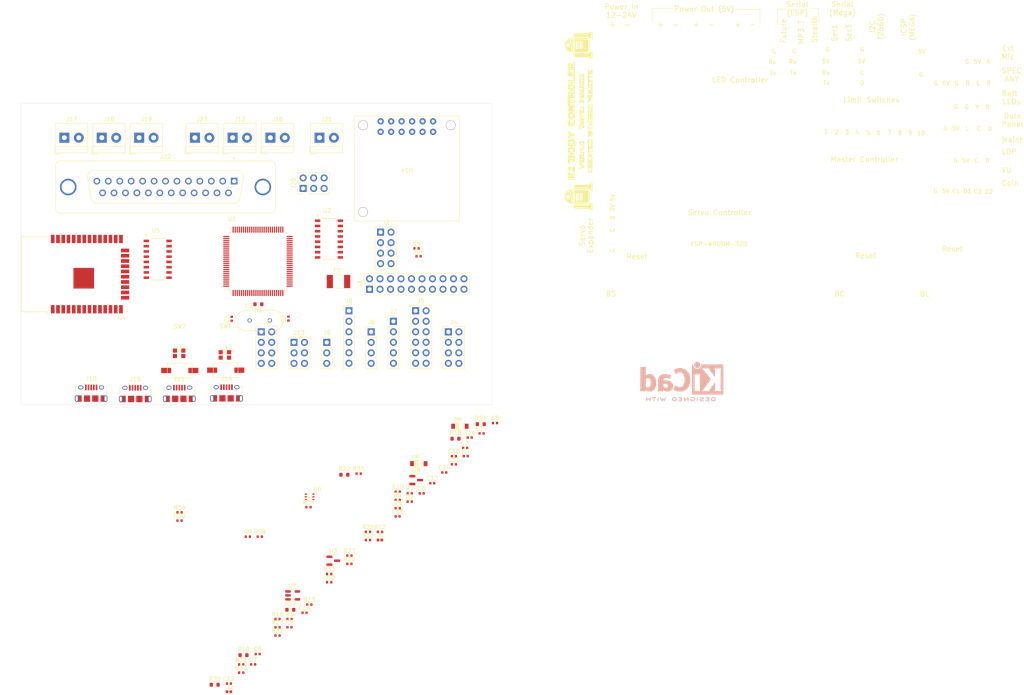
<source format=kicad_pcb>
(kicad_pcb (version 20211014) (generator pcbnew)
  (title_block (title "R2D2 LED Controller") (date "2022-01-26") (rev "1.0") (comment 1 "Created by Greg Hulette"))
  (layers (0 "F.Cu" signal) (1 "In1.Cu" signal) (2 "In2.Cu" signal) (31 "B.Cu" signal) (34 "B.Paste" user) (35 "F.Paste" user) (36 "B.SilkS" user "B.Silkscreen") (37 "F.SilkS" user "F.Silkscreen") (38 "B.Mask" user) (39 "F.Mask" user) (44 "Edge.Cuts" user))
  (net 0 "")
  (net 1 "+12V")
  (net 2 "GND")
  (net 3 "+5V")
  (net 4 "MAINT_CLOCK")
  (net 5 "LDP_CLOCK")
  (net 6 "VU1_CLOCK")
  (net 7 "VU2_CLOCK")
  (net 8 "CS2_CLOCK")
  (net 9 "CS1_CLOCK")
  (net 10 "DP_DATA_IN")
  (net 11 "DP_CLOCK")
  (net 12 "DP_LOAD")
  (net 13 "SPECTRUM_RIGHT")
  (net 14 "SPECTRUM_LEFT")
  (net 15 "VU_RESET")
  (net 16 "VU_STROBE")
  (net 17 "SCL")
  (net 18 "TX1")
  (net 19 "RX1")
  (net 20 "BATTERY_LEVEL")
  (net 21 "LDP_DATA")
  (net 22 "CS1_DATA")
  (net 23 "CS2_DATA")
  (net 24 "MAINT_DATA")
  (net 25 "VU1_DATA")
  (net 26 "VU2_DATA")
  (net 27 "+5V_BL")
  (net 28 "Net-(C5-Pad1)")
  (net 29 "Net-(C6-Pad1)")
  (net 30 "RESET_BL")
  (net 31 "+3.3V_BC")
  (net 32 "RESET_BC")
  (net 33 "VIN_BC")
  (net 34 "VBUS_DC")
  (net 35 "D-_DC")
  (net 36 "D+_DC")
  (net 37 "VBUS_BC")
  (net 39 "TXD0_BL")
  (net 40 "Net-(D1-Pad-)")
  (net 41 "RXD0_BL")
  (net 42 "Net-(D2-Pad-)")
  (net 43 "GND_DC")
  (net 44 "Net-(F1-Pad1)")
  (net 45 "VBUS_BL")
  (net 46 "TX3")
  (net 47 "RX3")
  (net 48 "LIMIT7")
  (net 49 "LIMIT8")
  (net 50 "LIMIT9")
  (net 51 "LIMIT10")
  (net 52 "Net-(J4-Pad7)")
  (net 53 "Net-(J4-Pad8)")
  (net 54 "Net-(J5-Pad11)")
  (net 55 "Net-(J5-Pad12)")
  (net 56 "Net-(J6-Pad2)")
  (net 57 "Net-(J6-Pad3)")
  (net 58 "Net-(J6-Pad4)")
  (net 59 "D-_BL")
  (net 60 "D+_BL")
  (net 63 "EXT_MIC")
  (net 64 "D-_BC")
  (net 65 "D+_BC")
  (net 69 "VBUS_DP")
  (net 70 "LIMIT1")
  (net 71 "LIMIT2")
  (net 72 "LIMIT3")
  (net 73 "LIMIT4")
  (net 74 "LIMIT5")
  (net 75 "LIMIT6")
  (net 76 "Net-(J5-Pad7)")
  (net 77 "D-_DP")
  (net 78 "D+_DP")
  (net 79 "RX_MP")
  (net 80 "RX_ST")
  (net 81 "TX_MP")
  (net 82 "TX_ST")
  (net 84 "GND_DP")
  (net 86 "YELLOW_LED")
  (net 87 "XTAL1")
  (net 88 "Net-(R2-Pad1)")
  (net 89 "Net-(R3-Pad1)")
  (net 90 "GREEN_LED")
  (net 91 "RED_LED")
  (net 92 "Net-(R22-Pad1)")
  (net 93 "SW_BATT_IN_POS")
  (net 98 "RX_BL")
  (net 99 "TX_BL")
  (net 101 "Net-(J5-Pad8)")
  (net 109 "XTAL2")
  (net 160 "TX_BS")
  (net 162 "GPIO0_BC")
  (net 163 "RX_BS")
  (net 166 "TXD0_BC")
  (net 167 "RXD0_BC")
  (net 176 "DTR_BC")
  (net 177 "RTS_BC")
  (net 186 "ST_LED_D_BL")
  (net 187 "ST_LED_D_BC")
  (net 192 "SDA")
  (net 193 "Net-(L2-Pad3)")
  (net 194 "Net-(L3-Pad3)")
  (footprint "Resistor_SMD:R_0402_1005Metric" (layer "F.Cu") (at 128.3 182.83)
    (fp_text reference "R11" (at 0 -1.17) (layer "F.SilkS"))
    (fp_text value "220")
    (pad "1" smd roundrect locked (at -0.51 0) (size 0.54 0.64) (layers "F.Cu" "F.Paste" "F.Mask") (net 26 "VU2_DATA"))
    (pad "2" smd roundrect locked (at 0.51 0) (size 0.54 0.64) (layers "F.Cu" "F.Paste" "F.Mask") (net 55 "Net-(J5-Pad12)"))
  )
  (footprint "Resistor_SMD:R_0402_1005Metric" (layer "F.Cu") (at 166.18 145.02)
    (fp_text reference "R8" (at 0 -1.17) (layer "F.SilkS"))
    (fp_text value "220")
    (pad "1" smd roundrect locked (at -0.51 0) (size 0.54 0.64) (layers "F.Cu" "F.Paste" "F.Mask") (net 76 "Net-(J5-Pad7)"))
    (pad "2" smd roundrect locked (at 0.51 0) (size 0.54 0.64) (layers "F.Cu" "F.Paste" "F.Mask") (net 22 "CS1_DATA"))
  )
  (footprint "Custom:SOD3716X135N" (layer "F.Cu") (at 181.2285 125.1785)
    (fp_text reference "CR2" (at -0.568058 -1.706585) (layer "F.SilkS") (effects (font (size 0.64007 0.64007))))
    (fp_text value "B5819W-TP")
    (pad "A" smd rect (at 1.6383 0) (size 0.9144 1.2192) (layers "F.Cu" "F.Paste" "F.Mask") (net 37 "VBUS_BC"))
    (pad "C" smd rect (at -1.6383 0) (size 0.9144 1.2192) (layers "F.Cu" "F.Paste" "F.Mask") (net 33 "VIN_BC"))
  )
  (footprint "Resistor_SMD:R_0402_1005Metric" (layer "F.Cu") (at 137.09 171.85)
    (fp_text reference "R16" (at 0 -1.17) (layer "F.SilkS"))
    (fp_text value "1K")
    (pad "1" smd roundrect locked (at -0.51 0) (size 0.54 0.64) (layers "F.Cu" "F.Paste" "F.Mask") (net 2 "GND"))
    (pad "2" smd roundrect locked (at 0.51 0) (size 0.54 0.64) (layers "F.Cu" "F.Paste" "F.Mask") (net 42 "Net-(D2-Pad-)"))
  )
  (footprint "Connector_PinHeader_2.54mm:PinHeader_2x04_P2.54mm_Vertical" (layer "F.Cu") (at 162.03 78.2)
    (fp_text reference "J2" (at 1.27 -2.33) (layer "F.SilkS"))
    (fp_text value "I2C")
    (pad "1" thru_hole rect locked (at 0 0) (size 1.7 1.7) (drill 1) (layers *.Cu *.Mask) (net 3 "+5V"))
    (pad "2" thru_hole oval locked (at 2.54 0) (size 1.7 1.7) (drill 1) (layers *.Cu *.Mask) (net 3 "+5V"))
    (pad "3" thru_hole oval locked (at 0 2.54) (size 1.7 1.7) (drill 1) (layers *.Cu *.Mask) (net 2 "GND"))
    (pad "4" thru_hole oval locked (at 2.54 2.54) (size 1.7 1.7) (drill 1) (layers *.Cu *.Mask) (net 2 "GND"))
    (pad "5" thru_hole oval locked (at 0 5.08) (size 1.7 1.7) (drill 1) (layers *.Cu *.Mask) (net 17 "SCL"))
    (pad "6" thru_hole oval locked (at 2.54 5.08) (size 1.7 1.7) (drill 1) (layers *.Cu *.Mask) (net 17 "SCL"))
    (pad "7" thru_hole oval locked (at 0 7.62) (size 1.7 1.7) (drill 1) (layers *.Cu *.Mask) (net 192 "SDA"))
    (pad "8" thru_hole oval locked (at 2.54 7.62) (size 1.7 1.7) (drill 1) (layers *.Cu *.Mask) (net 192 "SDA"))
  )
  (footprint "MountingHole:MountingHole_3.2mm_M3" (layer "F.Cu") (at 78.66 116.38)
    (fp_text reference "REF**" hide)
    (fp_text value "MountingHole_3.2mm_M3" hide)
    (pad "" np_thru_hole circle locked (at 0 0) (size 3.2 3.2) (drill 3.2) (layers *.Cu *.Mask))
  )
  (footprint "Resistor_SMD:R_0603_1608Metric" (layer "F.Cu") (at 186.29 124.67)
    (fp_text reference "R21" (at 0 -1.43) (layer "F.SilkS"))
    (fp_text value "100K")
    (pad "1" smd roundrect locked (at -0.825 0) (size 0.8 0.95) (layers "F.Cu" "F.Paste" "F.Mask") (net 37 "VBUS_BC"))
    (pad "2" smd roundrect locked (at 0.825 0) (size 0.8 0.95) (layers "F.Cu" "F.Paste" "F.Mask") (net 2 "GND"))
  )
  (footprint "Resistor_SMD:R_0402_1005Metric" (layer "F.Cu") (at 156.73 136.66)
    (fp_text reference "R35" (at 0 -1.17) (layer "F.SilkS"))
    (fp_text value "10K")
    (pad "1" smd roundrect locked (at -0.51 0) (size 0.54 0.64) (layers "F.Cu" "F.Paste" "F.Mask") (net 48 "LIMIT7"))
    (pad "2" smd roundrect locked (at 0.51 0) (size 0.54 0.64) (layers "F.Cu" "F.Paste" "F.Mask") (net 2 "GND"))
  )
  (footprint "Resistor_SMD:R_0402_1005Metric" (layer "F.Cu") (at 140 171.85)
    (fp_text reference "R3" (at 0 -1.17) (layer "F.SilkS"))
    (fp_text value "1K")
    (pad "1" smd roundrect locked (at -0.51 0) (size 0.54 0.64) (layers "F.Cu" "F.Paste" "F.Mask") (net 89 "Net-(R3-Pad1)"))
    (pad "2" smd roundrect locked (at 0.51 0) (size 0.54 0.64) (layers "F.Cu" "F.Paste" "F.Mask") (net 41 "RXD0_BL"))
  )
  (footprint "Capacitor_SMD:C_0402_1005Metric" (layer "F.Cu") (at 179.78 132.42)
    (fp_text reference "C10" (at 0 -1.16) (layer "F.SilkS"))
    (fp_text value ".1uF")
    (pad "1" smd roundrect locked (at -0.48 0) (size 0.56 0.62) (layers "F.Cu" "F.Paste" "F.Mask") (net 27 "+5V_BL"))
    (pad "2" smd roundrect locked (at 0.48 0) (size 0.56 0.62) (layers "F.Cu" "F.Paste" "F.Mask") (net 2 "GND"))
  )
  (footprint "Resistor_SMD:R_0402_1005Metric" (layer "F.Cu") (at 144.58 144.76)
    (fp_text reference "R14" (at 0 -1.17) (layer "F.SilkS"))
    (fp_text value "220")
    (pad "1" smd roundrect locked (at -0.51 0) (size 0.54 0.64) (layers "F.Cu" "F.Paste" "F.Mask") (net 58 "Net-(J6-Pad4)"))
    (pad "2" smd roundrect locked (at 0.51 0) (size 0.54 0.64) (layers "F.Cu" "F.Paste" "F.Mask") (net 91 "RED_LED"))
  )
  (footprint "TerminalBlock_4Ucon:TerminalBlock_4Ucon_1x02_P3.50mm_Horizontal" (layer "F.Cu") (at 85.49 55.34)
    (fp_text reference "J17" (at 1.75 -4.46) (layer "F.SilkS"))
    (fp_text value "RADH_POW")
    (pad "1" thru_hole rect locked (at 0 0) (size 2.4 2.4) (drill 1.2) (layers *.Cu *.Mask) (net 2 "GND"))
    (pad "2" thru_hole circle locked (at 3.5 0) (size 2.4 2.4) (drill 1.2) (layers *.Cu *.Mask) (net 3 "+5V"))
  )
  (footprint "Custom:WS2812B-2020" (layer "F.Cu") (at 113.27 107.525)
    (fp_text reference "L2" (at 0 -1.624) (layer "F.SilkS") (effects (font (size 0.64 0.64))))
    (fp_text value "WS2812B-2020")
    (pad "1" smd rect (at 1.015 0.65) (size 1 1) (layers "F.Cu" "F.Paste" "F.Mask"))
    (pad "2" smd rect (at 1.015 -0.65) (size 1 1) (layers "F.Cu" "F.Paste" "F.Mask") (net 2 "GND"))
    (pad "3" smd rect (at -1.015 -0.65) (size 1 1) (layers "F.Cu" "F.Paste" "F.Mask") (net 193 "Net-(L2-Pad3)"))
    (pad "4" smd rect (at -1.015 0.65) (size 1 1) (layers "F.Cu" "F.Paste" "F.Mask") (net 31 "+3.3V_BC"))
  )
  (footprint "Resistor_SMD:R_0402_1005Metric" (layer "F.Cu") (at 170.74 82.13)
    (fp_text reference "R5" (at 0 -1.17) (layer "F.SilkS"))
    (fp_text value "10K")
    (pad "1" smd roundrect locked (at -0.51 0) (size 0.54 0.64) (layers "F.Cu" "F.Paste" "F.Mask") (net 27 "+5V_BL"))
    (pad "2" smd roundrect locked (at 0.51 0) (size 0.54 0.64) (layers "F.Cu" "F.Paste" "F.Mask") (net 17 "SCL"))
  )
  (footprint "Package_TO_SOT_SMD:SOT-23" (layer "F.Cu") (at 150.58 157.72)
    (fp_text reference "U3" (at 0 -2.4) (layer "F.SilkS"))
    (fp_text value "CJ2301_S1")
    (pad "1" smd roundrect (at -0.9375 -0.95) (size 1.475 0.6) (layers "F.Cu" "F.Paste" "F.Mask") (net 3 "+5V"))
    (pad "2" smd roundrect (at -0.9375 0.95) (size 1.475 0.6) (layers "F.Cu" "F.Paste" "F.Mask") (net 27 "+5V_BL"))
    (pad "3" smd roundrect (at 0.9375 0) (size 1.475 0.6) (layers "F.Cu" "F.Paste" "F.Mask") (net 45 "VBUS_BL"))
  )
  (footprint "Connector_USB:USB_Micro-B_Amphenol_10118194_Horizontal" (layer "F.Cu") (at 113.32 117.24)
    (fp_text reference "J11" (at 0 -3.5) (layer "F.SilkS"))
    (fp_text value "USB_B_Micro")
    (pad "1" smd rect locked (at -1.3 -1.4) (size 0.4 1.35) (layers "F.Cu" "F.Paste" "F.Mask") (net 37 "VBUS_BC"))
    (pad "2" smd rect locked (at -0.65 -1.4) (size 0.4 1.35) (layers "F.Cu" "F.Paste" "F.Mask") (net 64 "D-_BC"))
    (pad "3" smd rect locked (at 0 -1.4) (size 0.4 1.35) (layers "F.Cu" "F.Paste" "F.Mask") (net 65 "D+_BC"))
    (pad "4" smd rect locked (at 0.65 -1.4) (size 0.4 1.35) (layers "F.Cu" "F.Paste" "F.Mask"))
    (pad "5" smd rect locked (at 1.3 -1.4) (size 0.4 1.35) (layers "F.Cu" "F.Paste" "F.Mask") (net 2 "GND"))
    (pad "6" thru_hole oval locked (at -3.5 1.3) (size 0.89 1.55) (drill oval 0.5 1.15) (layers *.Cu *.Mask))
    (pad "6" thru_hole oval locked (at 2.5 -1.4) (size 1.25 0.95) (drill oval 0.85 0.55) (layers *.Cu *.Mask))
    (pad "6" thru_hole oval locked (at -2.5 -1.4) (size 1.25 0.95) (drill oval 0.85 0.55) (layers *.Cu *.Mask))
    (pad "6" smd rect locked (at 2.9 1.3) (size 1.2 1.55) (layers "F.Cu" "F.Paste" "F.Mask"))
    (pad "6" thru_hole oval locked (at 3.5 1.3) (size 0.89 1.55) (drill oval 0.5 1.15) (layers *.Cu *.Mask))
    (pad "6" smd rect locked (at -2.9 1.3) (size 1.2 1.55) (layers "F.Cu" "F.Paste" "F.Mask"))
    (pad "6" smd rect locked (at 1 1.3) (size 1.5 1.55) (layers "F.Cu" "F.Paste" "F.Mask"))
    (pad "6" smd rect locked (at -1 1.3) (size 1.5 1.55) (layers "F.Cu" "F.Paste" "F.Mask"))
  )
  (footprint "Custom:GT-TC057A-H050-L1" (layer "F.Cu") (at 124.555 111.61)
    (fp_text reference "SW1" (at 0 -10.66 unlocked) (layer "F.SilkS"))
    (fp_text value "SW_Push")
    (pad "1" smd roundrect (at 3.29 0) (size 2.42 1.28) (layers "F.Cu" "F.Paste" "F.Mask") (roundrect_rratio 0.0656167979) (net 2 "GND"))
    (pad "2" smd roundrect (at -3.29 0) (size 2.42 1.28) (layers "F.Cu" "F.Paste" "F.Mask") (roundrect_rratio 0.0656167979) (net 30 "RESET_BL"))
  )
  (footprint "Resistor_SMD:R_0402_1005Metric" (layer "F.Cu") (at 158.98 150.74)
    (fp_text reference "R26" (at 0 -1.17) (layer "F.SilkS"))
    (fp_text value "220")
    (pad "1" smd roundrect locked (at -0.51 0) (size 0.54 0.64) (layers "F.Cu" "F.Paste" "F.Mask") (net 194 "Net-(L3-Pad3)"))
    (pad "2" smd roundrect locked (at 0.51 0) (size 0.54 0.64) (layers "F.Cu" "F.Paste" "F.Mask") (net 186 "ST_LED_D_BL"))
  )
  (footprint "Custom:GT-TC057A-H050-L1" (layer "F.Cu") (at 113.425 111.68)
    (fp_text reference "SW2" (at 0 -10.66 unlocked) (layer "F.SilkS"))
    (fp_text value "SW_Push")
    (pad "1" smd roundrect (at 3.29 0) (size 2.42 1.28) (layers "F.Cu" "F.Paste" "F.Mask") (roundrect_rratio 0.0656167979) (net 2 "GND"))
    (pad "2" smd roundrect (at -3.29 0) (size 2.42 1.28) (layers "F.Cu" "F.Paste" "F.Mask") (roundrect_rratio 0.0656167979) (net 32 "RESET_BC"))
  )
  (footprint "Custom:WS2812B-2020" (layer "F.Cu") (at 124.35 107.915)
    (fp_text reference "L3" (at 0 -1.624) (layer "F.SilkS") (effects (font (size 0.64 0.64))))
    (fp_text value "WS2812B-2020")
    (pad "1" smd rect (at 1.015 0.65) (size 1 1) (layers "F.Cu" "F.Paste" "F.Mask"))
    (pad "2" smd rect (at 1.015 -0.65) (size 1 1) (layers "F.Cu" "F.Paste" "F.Mask") (net 2 "GND"))
    (pad "3" smd rect (at -1.015 -0.65) (size 1 1) (layers "F.Cu" "F.Paste" "F.Mask") (net 194 "Net-(L3-Pad3)"))
    (pad "4" smd rect (at -1.015 0.65) (size 1 1) (layers "F.Cu" "F.Paste" "F.Mask") (net 27 "+5V_BL"))
  )
  (footprint "Capacitor_SMD:C_0402_1005Metric" (layer "F.Cu") (at 139.98 173.83)
    (fp_text reference "C9" (at 0 -1.16) (layer "F.SilkS"))
    (fp_text value ".1uF")
    (pad "1" smd roundrect locked (at -0.48 0) (size 0.56 0.62) (layers "F.Cu" "F.Paste" "F.Mask") (net 27 "+5V_BL"))
    (pad "2" smd roundrect locked (at 0.48 0) (size 0.56 0.62) (layers "F.Cu" "F.Paste" "F.Mask") (net 2 "GND"))
  )
  (footprint "Connector_USB:USB_Micro-B_Amphenol_10118194_Horizontal" (layer "F.Cu") (at 102.65 117.28)
    (fp_text reference "J15" (at 0 -3.5) (layer "F.SilkS"))
    (fp_text value "DomePlateControllerUSB")
    (pad "1" smd rect locked (at -1.3 -1.4) (size 0.4 1.35) (layers "F.Cu" "F.Paste" "F.Mask") (net 69 "VBUS_DP"))
    (pad "2" smd rect locked (at -0.65 -1.4) (size 0.4 1.35) (layers "F.Cu" "F.Paste" "F.Mask") (net 77 "D-_DP"))
    (pad "3" smd rect locked (at 0 -1.4) (size 0.4 1.35) (layers "F.Cu" "F.Paste" "F.Mask") (net 78 "D+_DP"))
    (pad "4" smd rect locked (at 0.65 -1.4) (size 0.4 1.35) (layers "F.Cu" "F.Paste" "F.Mask"))
    (pad "5" smd rect locked (at 1.3 -1.4) (size 0.4 1.35) (layers "F.Cu" "F.Paste" "F.Mask") (net 84 "GND_DP"))
    (pad "6" smd rect locked (at 2.9 1.3) (size 1.2 1.55) (layers "F.Cu" "F.Paste" "F.Mask"))
    (pad "6" smd rect locked (at 1 1.3) (size 1.5 1.55) (layers "F.Cu" "F.Paste" "F.Mask"))
    (pad "6" smd rect locked (at -1 1.3) (size 1.5 1.55) (layers "F.Cu" "F.Paste" "F.Mask"))
    (pad "6" thru_hole oval locked (at -3.5 1.3) (size 0.89 1.55) (drill oval 0.5 1.15) (layers *.Cu *.Mask))
    (pad "6" thru_hole oval locked (at 3.5 1.3) (size 0.89 1.55) (drill oval 0.5 1.15) (layers *.Cu *.Mask))
    (pad "6" thru_hole oval locked (at -2.5 -1.4) (size 1.25 0.95) (drill oval 0.85 0.55) (layers *.Cu *.Mask))
    (pad "6" thru_hole oval locked (at 2.5 -1.4) (size 1.25 0.95) (drill oval 0.85 0.55) (layers *.Cu *.Mask))
    (pad "6" smd rect locked (at -2.9 1.3) (size 1.2 1.55) (layers "F.Cu" "F.Paste" "F.Mask"))
  )
  (footprint "Connector_PinHeader_2.54mm:PinHeader_1x05_P2.54mm_Vertical" (layer "F.Cu") (at 165.13571 99.78)
    (fp_text reference "J7" (at 0 -2.33) (layer "F.SilkS"))
    (fp_text value "Data Panel/ CBI")
    (pad "1" thru_hole rect locked (at 0 0) (size 1.7 1.7) (drill 1) (layers *.Cu *.Mask) (net 2 "GND"))
    (pad "2" thru_hole oval locked (at 0 2.54) (size 1.7 1.7) (drill 1) (layers *.Cu *.Mask) (net 3 "+5V"))
    (pad "3" thru_hole oval locked (at 0 5.08) (size 1.7 1.7) (drill 1) (layers *.Cu *.Mask) (net 12 "DP_LOAD"))
    (pad "4" thru_hole oval locked (at 0 7.62) (size 1.7 1.7) (drill 1) (layers *.Cu *.Mask) (net 11 "DP_CLOCK"))
    (pad "5" thru_hole oval locked (at 0 10.16) (size 1.7 1.7) (drill 1) (layers *.Cu *.Mask) (net 10 "DP_DATA_IN"))
  )
  (footprint "Capacitor_SMD:C_0402_1005Metric" (layer "F.Cu") (at 182.51 130.43)
    (fp_text reference "C3" (at 0 -1.16) (layer "F.SilkS"))
    (fp_text value "10uF")
    (pad "1" smd roundrect locked (at -0.48 0) (size 0.56 0.62) (layers "F.Cu" "F.Paste" "F.Mask") (net 27 "+5V_BL"))
    (pad "2" smd roundrect locked (at 0.48 0) (size 0.56 0.62) (layers "F.Cu" "F.Paste" "F.Mask") (net 2 "GND"))
  )
  (footprint "Resistor_SMD:R_0402_1005Metric" (layer "F.Cu") (at 128.3 184.82)
    (fp_text reference "R33" (at 0 -1.17) (layer "F.SilkS"))
    (fp_text value "10K")
    (pad "1" smd roundrect locked (at -0.51 0) (size 0.54 0.64) (layers "F.Cu" "F.Paste" "F.Mask") (net 74 "LIMIT5"))
    (pad "2" smd roundrect locked (at 0.51 0) (size 0.54 0.64) (layers "F.Cu" "F.Paste" "F.Mask") (net 2 "GND"))
  )
  (footprint "Resistor_SMD:R_0402_1005Metric" (layer "F.Cu") (at 171.23 84.03)
    (fp_text reference "R4" (at 0 -1.17) (layer "F.SilkS"))
    (fp_text value "10K")
    (pad "1" smd roundrect locked (at -0.51 0) (size 0.54 0.64) (layers "F.Cu" "F.Paste" "F.Mask") (net 27 "+5V_BL"))
    (pad "2" smd roundrect locked (at 0.51 0) (size 0.54 0.64) (layers "F.Cu" "F.Paste" "F.Mask") (net 192 "SDA"))
  )
  (footprint "Connector_Dsub:DSUB-25_Female_Vertical_P2.77x2.84mm_MountingHoles" (layer "F.Cu") (at 126.6 65.849338)
    (fp_text reference "J22" (at -16.62 -5.89) (layer "F.SilkS"))
    (fp_text value "DB25_Female_MountingHoles")
    (pad "0" thru_hole circle locked (at -40.17 1.42) (size 4 4) (drill 3.2) (layers *.Cu *.Mask))
    (pad "0" thru_hole circle locked (at 6.93 1.42) (size 4 4) (drill 3.2) (layers *.Cu *.Mask))
    (pad "1" thru_hole rect locked (at 0 0) (size 1.6 1.6) (drill 1) (layers *.Cu *.Mask) (net 93 "SW_BATT_IN_POS"))
    (pad "2" thru_hole circle locked (at -2.77 0) (size 1.6 1.6) (drill 1) (layers *.Cu *.Mask) (net 93 "SW_BATT_IN_POS"))
    (pad "3" thru_hole circle locked (at -5.54 0) (size 1.6 1.6) (drill 1) (layers *.Cu *.Mask) (net 2 "GND"))
    (pad "4" thru_hole circle locked (at -8.31 0) (size 1.6 1.6) (drill 1) (layers *.Cu *.Mask) (net 2 "GND"))
    (pad "5" thru_hole circle locked (at -11.08 0) (size 1.6 1.6) (drill 1) (layers *.Cu *.Mask) (net 34 "VBUS_DC"))
    (pad "6" thru_hole circle locked (at -13.85 0) (size 1.6 1.6) (drill 1) (layers *.Cu *.Mask) (net 35 "D-_DC"))
    (pad "7" thru_hole circle locked (at -16.62 0) (size 1.6 1.6) (drill 1) (layers *.Cu *.Mask))
    (pad "8" thru_hole circle locked (at -19.39 0) (size 1.6 1.6) (drill 1) (layers *.Cu *.Mask) (net 84 "GND_DP"))
    (pad "9" thru_hole circle locked (at -22.16 0) (size 1.6 1.6) (drill 1) (layers *.Cu *.Mask) (net 78 "D+_DP"))
    (pad "10" thru_hole circle locked (at -24.93 0) (size 1.6 1.6) (drill 1) (layers *.Cu *.Mask) (net 2 "GND"))
    (pad "11" thru_hole circle locked (at -27.7 0) (size 1.6 1.6) (drill 1) (layers *.Cu *.Mask) (net 2 "GND"))
    (pad "12" thru_hole circle locked (at -30.47 0) (size 1.6 1.6) (drill 1) (layers *.Cu *.Mask) (net 93 "SW_BATT_IN_POS"))
    (pad "13" thru_hole circle locked (at -33.24 0) (size 1.6 1.6) (drill 1) (layers *.Cu *.Mask) (net 93 "SW_BATT_IN_POS"))
    (pad "14" thru_hole circle locked (at -1.385 2.84) (size 1.6 1.6) (drill 1) (layers *.Cu *.Mask) (net 93 "SW_BATT_IN_POS"))
    (pad "15" thru_hole circle locked (at -4.155 2.84) (size 1.6 1.6) (drill 1) (layers *.Cu *.Mask) (net 93 "SW_BATT_IN_POS"))
    (pad "16" thru_hole circle locked (at -6.925 2.84) (size 1.6 1.6) (drill 1) (layers *.Cu *.Mask) (net 2 "GND"))
    (pad "17" thru_hole circle locked (at -9.695 2.84) (size 1.6 1.6) (drill 1) (layers *.Cu *.Mask) (net 2 "GND"))
    (pad "18" thru_hole circle locked (at -12.465 2.84) (size 1.6 1.6) (drill 1) (layers *.Cu *.Mask) (net 43 "GND_DC"))
    (pad "19" thru_hole circle locked (at -15.235 2.84) (size 1.6 1.6) (drill 1) (layers *.Cu *.Mask) (net 36 "D+_DC"))
    (pad "20" thru_hole circle locked (at -18.005 2.84) (size 1.6 1.6) (drill 1) (layers *.Cu *.Mask) (net 69 "VBUS_DP"))
    (pad "21" thru_hole circle locked (at -20.775 2.84) (size 1.6 1.6) (drill 1) (layers *.Cu *.Mask) (net 77 "D-_DP"))
    (pad "22" thru_hole circle locked (at -23.545 2.84) (size 1.6 1.6) (drill 1) (layers *.Cu *.Mask) (net 2 "GND"))
    (pad "23" thru_hole circle locked (at -26.315 2.84) (size 1.6 1.6) (drill 1) (layers *.Cu *.Mask) (net 2 "GND"))
    (pad "24" thru_hole circle locked (at -29.085 2.84) (size 1.6 1.6) (drill 1) (layers *.Cu *.Mask) (net 93 "SW_BATT_IN_POS"))
    (pad "25" thru_hole circle locked (at -31.855 2.84) (size 1.6 1.6) (drill 1) (layers *.Cu *.Mask) (net 93 "SW_BATT_IN_POS"))
  )
  (footprint "Capacitor_SMD:C_0402_1005Metric" (layer "F.Cu") (at 179.78 134.39)
    (fp_text reference "C11" (at 0 -1.16) (layer "F.SilkS"))
    (fp_text value ".1uF")
    (pad "1" smd roundrect locked (at -0.48 0) (size 0.56 0.62) (layers "F.Cu" "F.Paste" "F.Mask") (net 27 "+5V_BL"))
    (pad "2" smd roundrect locked (at 0.48 0) (size 0.56 0.62) (layers "F.Cu" "F.Paste" "F.Mask") (net 2 "GND"))
  )
  (footprint "Resistor_SMD:R_0402_1005Metric" (layer "F.Cu") (at 154.48 158.48)
    (fp_text reference "R36" (at 0 -1.17) (layer "F.SilkS"))
    (fp_text value "10K")
    (pad "1" smd roundrect locked (at -0.51 0) (size 0.54 0.64) (layers "F.Cu" "F.Paste" "F.Mask") (net 49 "LIMIT8"))
    (pad "2" smd roundrect locked (at 0.51 0) (size 0.54 0.64) (layers "F.Cu" "F.Paste" "F.Mask") (net 2 "GND"))
  )
  (footprint "Capacitor_SMD:C_0402_1005Metric" (layer "F.Cu") (at 166.16 147)
    (fp_text reference "C18" (at 0 -1.16) (layer "F.SilkS"))
    (fp_text value "1uF")
    (pad "1" smd roundrect locked (at -0.48 0) (size 0.56 0.62) (layers "F.Cu" "F.Paste" "F.Mask") (net 31 "+3.3V_BC"))
    (pad "2" smd roundrect locked (at 0.48 0) (size 0.56 0.62) (layers "F.Cu" "F.Paste" "F.Mask") (net 2 "GND"))
  )
  (footprint "TerminalBlock_4Ucon:TerminalBlock_4Ucon_1x02_P3.50mm_Horizontal" (layer "F.Cu") (at 147.24 55.34)
    (fp_text reference "J21" (at 1.75 -4.46) (layer "F.SilkS"))
    (fp_text value "DomeElectronicsPowerIn")
    (pad "1" thru_hole rect locked (at 0 0) (size 2.4 2.4) (drill 1.2) (layers *.Cu *.Mask) (net 2 "GND"))
    (pad "2" thru_hole circle locked (at 3.5 0) (size 2.4 2.4) (drill 1.2) (layers *.Cu *.Mask) (net 93 "SW_BATT_IN_POS"))
  )
  (footprint "Connector_PinHeader_2.54mm:PinHeader_2x03_P2.54mm_Vertical" (layer "F.Cu") (at 141.077142 104.88)
    (fp_text reference "J13" (at 1.27 -2.33) (layer "F.SilkS"))
    (fp_text value "Conn_02x03_Odd_Even")
    (pad "1" thru_hole rect locked (at 0 0) (size 1.7 1.7) (drill 1) (layers *.Cu *.Mask) (net 2 "GND"))
    (pad "2" thru_hole oval locked (at 2.54 0) (size 1.7 1.7) (drill 1) (layers *.Cu *.Mask) (net 2 "GND"))
    (pad "3" thru_hole oval locked (at 0 2.54) (size 1.7 1.7) (drill 1) (layers *.Cu *.Mask) (net 79 "RX_MP"))
    (pad "4" thru_hole oval locked (at 2.54 2.54) (size 1.7 1.7) (drill 1) (layers *.Cu *.Mask) (net 80 "RX_ST"))
    (pad "5" thru_hole oval locked (at 0 5.08) (size 1.7 1.7) (drill 1) (layers *.Cu *.Mask) (net 81 "TX_MP"))
    (pad "6" thru_hole oval locked (at 2.54 5.08) (size 1.7 1.7) (drill 1) (layers *.Cu *.Mask) (net 82 "TX_ST"))
  )
  (footprint "Symbol:r2" (layer "F.Cu") (at 209.99 69.59 90)
    (fp_text reference "G***" hide)
    (fp_text value "LOGO" hide)
  )
  (footprint "Capacitor_SMD:C_0402_1005Metric" (layer "F.Cu") (at 126 99.16 90)
    (fp_text reference "C1" (at 0 -1.16 90) (layer "F.SilkS"))
    (fp_text value "20pF")
    (pad "1" smd roundrect locked (at -0.48 0 90) (size 0.56 0.62) (layers "F.Cu" "F.Paste" "F.Mask") (net 109 "XTAL2"))
    (pad "2" smd roundrect locked (at 0.48 0 90) (size 0.56 0.62) (layers "F.Cu" "F.Paste" "F.Mask") (net 2 "GND"))
  )
  (footprint "Resistor_SMD:R_0402_1005Metric" (layer "F.Cu") (at 154.48 156.49)
    (fp_text reference "R37" (at 0 -1.17) (layer "F.SilkS"))
    (fp_text value "10K")
    (pad "1" smd roundrect locked (at -0.51 0) (size 0.54 0.64) (layers "F.Cu" "F.Paste" "F.Mask") (net 50 "LIMIT9"))
    (pad "2" smd roundrect locked (at 0.51 0) (size 0.54 0.64) (layers "F.Cu" "F.Paste" "F.Mask") (net 2 "GND"))
  )
  (footprint "Resistor_SMD:R_0402_1005Metric" (layer "F.Cu") (at 169.09 143.42)
    (fp_text reference "R2" (at 0 -1.17) (layer "F.SilkS"))
    (fp_text value "1K")
    (pad "1" smd roundrect locked (at -0.51 0) (size 0.54 0.64) (layers "F.Cu" "F.Paste" "F.Mask") (net 88 "Net-(R2-Pad1)"))
    (pad "2" smd roundrect locked (at 0.51 0) (size 0.54 0.64) (layers "F.Cu" "F.Paste" "F.Mask") (net 39 "TXD0_BL"))
  )
  (footprint "Resistor_SMD:R_0402_1005Metric" (layer "F.Cu") (at 129.89 151.91)
    (fp_text reference "R9" (at 0 -1.17) (layer "F.SilkS"))
    (fp_text value "220")
    (pad "1" smd roundrect locked (at -0.51 0) (size 0.54 0.64) (layers "F.Cu" "F.Paste" "F.Mask") (net 54 "Net-(J5-Pad11)"))
    (pad "2" smd roundrect locked (at 0.51 0) (size 0.54 0.64) (layers "F.Cu" "F.Paste" "F.Mask") (net 23 "CS2_DATA"))
  )
  (footprint "Resistor_SMD:R_0402_1005Metric" (layer "F.Cu") (at 137.09 173.84)
    (fp_text reference "R27" (at 0 -1.17) (layer "F.SilkS"))
    (fp_text value "220")
    (pad "1" smd roundrect locked (at -0.51 0) (size 0.54 0.64) (layers "F.Cu" "F.Paste" "F.Mask") (net 193 "Net-(L2-Pad3)"))
    (pad "2" smd roundrect locked (at 0.51 0) (size 0.54 0.64) (layers "F.Cu" "F.Paste" "F.Mask") (net 187 "ST_LED_D_BC"))
  )
  (footprint "Custom:XTAL_HC49P488W46L1150T500H350" (layer "F.Cu") (at 132.78 99.57)
    (fp_text reference "Y1" (at -2.825 -3.585) (layer "F.SilkS"))
    (fp_text value "16MHz")
    (pad "1" thru_hole circle (at -2.44 0) (size 1.007 1.007) (drill 0.657) (layers *.Cu *.Mask) (net 109 "XTAL2"))
    (pad "2" thru_hole circle (at 2.44 0) (size 1.007 1.007) (drill 0.657) (layers *.Cu *.Mask) (net 87 "XTAL1"))
  )
  (footprint "Resistor_SMD:R_0603_1608Metric" (layer "F.Cu") (at 128.85 180.58)
    (fp_text reference "R19" (at 0 -1.43) (layer "F.SilkS"))
    (fp_text value "22K")
    (pad "1" smd roundrect locked (at -0.825 0) (size 0.8 0.95) (layers "F.Cu" "F.Paste" "F.Mask") (net 20 "BATTERY_LEVEL"))
    (pad "2" smd roundrect locked (at 0.825 0) (size 0.8 0.95) (layers "F.Cu" "F.Paste" "F.Mask") (net 2 "GND"))
  )
  (footprint "TerminalBlock_4Ucon:TerminalBlock_4Ucon_1x02_P3.50mm_Horizontal" (layer "F.Cu") (at 126.225 55.34)
    (fp_text reference "J12" (at 1.75 -4.46) (layer "F.SilkS"))
    (fp_text value "UnSW_BATT_IN")
    (pad "1" thru_hole rect locked (at 0 0) (size 2.4 2.4) (drill 1.2) (layers *.Cu *.Mask) (net 2 "GND"))
    (pad "2" thru_hole circle locked (at 3.5 0) (size 2.4 2.4) (drill 1.2) (layers *.Cu *.Mask) (net 1 "+12V"))
  )
  (footprint "Capacitor_SMD:C_0402_1005Metric" (layer "F.Cu") (at 183.61 127.92)
    (fp_text reference "C16" (at 0 -1.16) (layer "F.SilkS"))
    (fp_text value "100nF")
    (pad "1" smd roundrect locked (at -0.48 0) (size 0.56 0.62) (layers "F.Cu" "F.Paste" "F.Mask") (net 31 "+3.3V_BC"))
    (pad "2" smd roundrect locked (at 0.48 0) (size 0.56 0.62) (layers "F.Cu" "F.Paste" "F.Mask") (net 2 "GND"))
  )
  (footprint "Symbol:r2" (layer "F.Cu") (at 209.99 32.91 90)
    (fp_text reference "G***" hide)
    (fp_text value "LOGO" hide)
  )
  (footprint "Package_TO_SOT_SMD:SOT-23" (layer "F.Cu") (at 170.66 138.21)
    (fp_text reference "U8" (at 0 -2.4) (layer "F.SilkS"))
    (fp_text value "CJ2301_S1")
    (pad "1" smd roundrect (at -0.9375 -0.95) (size 1.475 0.6) (layers "F.Cu" "F.Paste" "F.Mask") (net 37 "VBUS_BC"))
    (pad "2" smd roundrect (at -0.9375 0.95) (size 1.475 0.6) (layers "F.Cu" "F.Paste" "F.Mask") (net 33 "VIN_BC"))
    (pad "3" smd roundrect (at 0.9375 0) (size 1.475 0.6) (layers "F.Cu" "F.Paste" "F.Mask") (net 3 "+5V"))
  )
  (footprint "Resistor_SMD:R_0402_1005Metric" (layer "F.Cu") (at 144.79 168.34)
    (fp_text reference "R13" (at 0 -1.17) (layer "F.SilkS"))
    (fp_text value "220")
    (pad "1" smd roundrect locked (at -0.51 0) (size 0.54 0.64) (layers "F.Cu" "F.Paste" "F.Mask") (net 57 "Net-(J6-Pad3)"))
    (pad "2" smd roundrect locked (at 0.51 0) (size 0.54 0.64) (layers "F.Cu" "F.Paste" "F.Mask") (net 86 "YELLOW_LED"))
  )
  (footprint "Resistor_SMD:R_0402_1005Metric" (layer "F.Cu") (at 113.37 148.01)
    (fp_text reference "R30" (at 0 -1.17) (layer "F.SilkS"))
    (fp_text value "10K")
    (pad "1" smd roundrect locked (at -0.51 0) (size 0.54 0.64) (layers "F.Cu" "F.Paste" "F.Mask") (net 71 "LIMIT2"))
    (pad "2" smd roundrect locked (at 0.51 0) (size 0.54 0.64) (layers "F.Cu" "F.Paste" "F.Mask") (net 2 "GND"))
  )
  (footprint "Resistor_SMD:R_0603_1608Metric" (layer "F.Cu") (at 132.45 95.65 180)
    (fp_text reference "R1" (at 0 -1.43) (layer "F.SilkS"))
    (fp_text value "1M")
    (pad "1" smd roundrect locked (at -0.825 0 180) (size 0.8 0.95) (layers "F.Cu" "F.Paste" "F.Mask") (net 87 "XTAL1"))
    (pad "2" smd roundrect locked (at 0.825 0 180) (size 0.8 0.95) (layers "F.Cu" "F.Paste" "F.Mask") (net 109 "XTAL2"))
  )
  (footprint "Connector_PinHeader_2.54mm:PinHeader_2x04_P2.54mm_Vertical" (layer "F.Cu") (at 178.44 102.33)
    (fp_text reference "J4" (at 1.27 -2.33) (layer "F.SilkS"))
    (fp_text value "LDP/MAINT")
    (pad "1" thru_hole rect locked (at 0 0) (size 1.7 1.7) (drill 1) (layers *.Cu *.Mask) (net 2 "GND"))
    (pad "2" thru_hole oval locked (at 2.54 0) (size 1.7 1.7) (drill 1) (layers *.Cu *.Mask) (net 2 "GND"))
    (pad "3" thru_hole oval locked (at 0 2.54) (size 1.7 1.7) (drill 1) (layers *.Cu *.Mask) (net 3 "+5V"))
    (pad "4" thru_hole oval locked (at 2.54 2.54) (size 1.7 1.7) (drill 1) (layers *.Cu *.Mask) (net 3 "+5V"))
    (pad "5" thru_hole oval locked (at 0 5.08) (size 1.7 1.7) (drill 1) (layers *.Cu *.Mask) (net 5 "LDP_CLOCK"))
    (pad "6" thru_hole oval locked (at 2.54 5.08) (size 1.7 1.7) (drill 1) (layers *.Cu *.Mask) (net 4 "MAINT_CLOCK"))
    (pad "7" thru_hole oval locked (at 0 7.62) (size 1.7 1.7) (drill 1) (layers *.Cu *.Mask) (net 52 "Net-(J4-Pad7)"))
    (pad "8" thru_hole oval locked (at 2.54 7.62) (size 1.7 1.7) (drill 1) (layers *.Cu *.Mask) (net 53 "Net-(J4-Pad8)"))
  )
  (footprint "Resistor_SMD:R_0603_1608Metric" (layer "F.Cu") (at 121.88 187.74)
    (fp_text reference "R20" (at 0 -1.43) (layer "F.SilkS"))
    (fp_text value "10K")
    (pad "1" smd roundrect locked (at -0.825 0) (size 0.8 0.95) (layers "F.Cu" "F.Paste" "F.Mask") (net 31 "+3.3V_BC"))
    (pad "2" smd roundrect locked (at 0.825 0) (size 0.8 0.95) (layers "F.Cu" "F.Paste" "F.Mask") (net 32 "RESET_BC"))
  )
  (footprint "Capacitor_SMD:C_0402_1005Metric" (layer "F.Cu") (at 125.32 187.47)
    (fp_text reference "C12" (at 0 -1.16) (layer "F.SilkS"))
    (fp_text value "10uF")
    (pad "1" smd roundrect locked (at -0.48 0) (size 0.56 0.62) (layers "F.Cu" "F.Paste" "F.Mask") (net 31 "+3.3V_BC"))
    (pad "2" smd roundrect locked (at 0.48 0) (size 0.56 0.62) (layers "F.Cu" "F.Paste" "F.Mask") (net 2 "GND"))
  )
  (footprint "Resistor_SMD:R_0402_1005Metric" (layer "F.Cu") (at 166.18 143.03)
    (fp_text reference "R6" (at 0 -1.17) (layer "F.SilkS"))
    (fp_text value "220")
    (pad "1" smd roundrect locked (at -0.51 0) (size 0.54 0.64) (layers "F.Cu" "F.Paste" "F.Mask") (net 52 "Net-(J4-Pad7)"))
    (pad "2" smd roundrect locked (at 0.51 0) (size 0.54 0.64) (layers "F.Cu" "F.Paste" "F.Mask") (net 21 "LDP_DATA"))
  )
  (footprint "Resistor_SMD:R_0402_1005Metric" (layer "F.Cu") (at 149.59 162.93)
    (fp_text reference "R10" (at 0 -1.17) (layer "F.SilkS"))
    (fp_text value "220")
    (pad "1" smd roundrect locked (at -0.51 0) (size 0.54 0.64) (layers "F.Cu" "F.Paste" "F.Mask") (net 25 "VU1_DATA"))
    (pad "2" smd roundrect locked (at 0.51 0) (size 0.54 0.64) (layers "F.Cu" "F.Paste" "F.Mask") (net 101 "Net-(J5-Pad8)"))
  )
  (footprint "TerminalBlock_4Ucon:TerminalBlock_4Ucon_1x02_P3.50mm_Horizontal" (layer "F.Cu") (at 135.36 55.34)
    (fp_text reference "J16" (at 1.75 -4.46) (layer "F.SilkS"))
    (fp_text value "UnSW_BATT_PASS")
    (pad "1" thru_hole rect locked (at 0 0) (size 2.4 2.4) (drill 1.2) (layers *.Cu *.Mask) (net 2 "GND"))
    (pad "2" thru_hole circle locked (at 3.5 0) (size 2.4 2.4) (drill 1.2) (layers *.Cu *.Mask) (net 1 "+12V"))
  )
  (footprint "MountingHole:MountingHole_3.2mm_M3" (layer "F.Cu") (at 185.36 116.34)
    (fp_text reference "REF**" hide)
    (fp_text value "MountingHole_3.2mm_M3" hide)
    (pad "" np_thru_hole circle locked (at 0 0) (size 3.2 3.2) (drill 3.2) (layers *.Cu *.Mask))
  )
  (footprint "Custom:LED-0402" (layer "F.Cu") (at 125.3121 189.4376)
    (fp_text reference "D2" (at 0.317523 -1.079565) (layer "F.SilkS") (effects (font (size 0.700042 0.700042))))
    (fp_text value "SMD-LED-CLEAR-BLUE(0402)")
    (pad "+" smd roundrect (at -0.4445 0 90) (size 0.635 0.635) (layers "F.Cu" "F.Paste" "F.Mask") (roundrect_rratio 0.16) (net 41 "RXD0_BL"))
    (pad "-" smd roundrect (at 0.4445 0 90) (size 0.635 0.635) (layers "F.Cu" "F.Paste" "F.Mask") (roundrect_rratio 0.16) (net 42 "Net-(D2-Pad-)"))
  )
  (footprint "Connector_PinHeader_2.54mm:PinHeader_2x03_P2.54mm_Vertical" (layer "F.Cu") (at 143.29 67.61 90)
    (fp_text reference "J20" (at 1.27 -2.33 90) (layer "F.SilkS"))
    (fp_text value "ICSP")
    (pad "1" thru_hole rect locked (at 0 0 90) (size 1.7 1.7) (drill 1) (layers *.Cu *.Mask) (net 26 "VU2_DATA"))
    (pad "2" thru_hole oval locked (at 2.54 0 90) (size 1.7 1.7) (drill 1) (layers *.Cu *.Mask) (net 3 "+5V"))
    (pad "3" thru_hole oval locked (at 0 2.54 90) (size 1.7 1.7) (drill 1) (layers *.Cu *.Mask) (net 7 "VU2_CLOCK"))
    (pad "4" thru_hole oval locked (at 2.54 2.54 90) (size 1.7 1.7) (drill 1) (layers *.Cu *.Mask) (net 86 "YELLOW_LED"))
    (pad "5" thru_hole oval locked (at 0 5.08 90) (size 1.7 1.7) (drill 1) (layers *.Cu *.Mask) (net 30 "RESET_BL"))
    (pad "6" thru_hole oval locked (at 2.54 5.08 90) (size 1.7 1.7) (drill 1) (layers *.Cu *.Mask) (net 2 "GND"))
  )
  (footprint "Connector_USB:USB_Micro-B_Amphenol_10118194_Horizontal" (layer "F.Cu") (at 91.98 117.18)
    (fp_text reference "J10" (at 0 -3.5) (layer "F.SilkS"))
    (fp_text value "USB_B_Micro")
    (pad "1" smd rect locked (at -1.3 -1.4) (size 0.4 1.35) (layers "F.Cu" "F.Paste" "F.Mask") (net 44 "Net-(F1-Pad1)"))
    (pad "2" smd rect locked (at -0.65 -1.4) (size 0.4 1.35) (layers "F.Cu" "F.Paste" "F.Mask") (net 59 "D-_BL"))
    (pad "3" smd rect locked (at 0 -1.4) (size 0.4 1.35) (layers "F.Cu" "F.Paste" "F.Mask") (net 60 "D+_BL"))
    (pad "4" smd rect locked (at 0.65 -1.4) (size 0.4 1.35) (layers "F.Cu" "F.Paste" "F.Mask"))
    (pad "5" smd rect locked (at 1.3 -1.4) (size 0.4 1.35) (layers "F.Cu" "F.Paste" "F.Mask") (net 2 "GND"))
    (pad "6" thru_hole oval locked (at 3.5 1.3) (size 0.89 1.55) (drill oval 0.5 1.15) (layers *.Cu *.Mask))
    (pad "6" smd rect locked (at 1 1.3) (size 1.5 1.55) (layers "F.Cu" "F.Paste" "F.Mask"))
    (pad "6" thru_hole oval locked (at -3.5 1.3) (size 0.89 1.55) (drill oval 0.5 1.15) (layers *.Cu *.Mask))
    (pad "6" thru_hole oval locked (at 2.5 -1.4) (size 1.25 0.95) (drill oval 0.85 0.55) (layers *.Cu *.Mask))
    (pad "6" smd rect locked (at -1 1.3) (size 1.5 1.55) (layers "F.Cu" "F.Paste" "F.Mask"))
    (pad "6" smd rect locked (at -2.9 1.3) (size 1.2 1.55) (layers "F.Cu" "F.Paste" "F.Mask"))
    (pad "6" thru_hole oval locked (at -2.5 -1.4) (size 1.25 0.95) (drill oval 0.85 0.55) (layers *.Cu *.Mask))
    (pad "6" smd rect locked (at 2.9 1.3) (size 1.2 1.55) (layers "F.Cu" "F.Paste" "F.Mask"))
  )
  (footprint "Custom:QFP50P1600X1600X120-100N" (layer "F.Cu") (at 132.355 85.255)
    (fp_text reference "U1" (at -6.295 -10.29) (layer "F.SilkS"))
    (fp_text value "ATMEGA256016AU")
    (pad "1" smd roundrect (at -7.67 -6) (size 1.47 0.28) (layers "F.Cu" "F.Paste" "F.Mask") (roundrect_rratio 0.04) (net 11 "DP_CLOCK"))
    (pad "2" smd roundrect (at -7.67 -5.5) (size 1.47 0.28) (layers "F.Cu" "F.Paste" "F.Mask") (roundrect_rratio 0.04) (net 41 "RXD0_BL"))
    (pad "3" smd roundrect (at -7.67 -5) (size 1.47 0.28) (layers "F.Cu" "F.Paste" "F.Mask") (roundrect_rratio 0.04) (net 39 "TXD0_BL"))
    (pad "4" smd roundrect (at -7.67 -4.5) (size 1.47 0.28) (layers "F.Cu" "F.Paste" "F.Mask") (roundrect_rratio 0.04))
    (pad "5" smd roundrect (at -7.67 -4) (size 1.47 0.28) (layers "F.Cu" "F.Paste" "F.Mask") (roundrect_rratio 0.04) (net 12 "DP_LOAD"))
    (pad "6" smd roundrect (at -7.67 -3.5) (size 1.47 0.28) (layers "F.Cu" "F.Paste" "F.Mask") (roundrect_rratio 0.04))
    (pad "7" smd roundrect (at -7.67 -3) (size 1.47 0.28) (layers "F.Cu" "F.Paste" "F.Mask") (roundrect_rratio 0.04) (net 10 "DP_DATA_IN"))
    (pad "8" smd roundrect (at -7.67 -2.5) (size 1.47 0.28) (layers "F.Cu" "F.Paste" "F.Mask") (roundrect_rratio 0.04))
    (pad "9" smd roundrect (at -7.67 -2) (size 1.47 0.28) (layers "F.Cu" "F.Paste" "F.Mask") (roundrect_rratio 0.04))
    (pad "10" smd roundrect (at -7.67 -1.5) (size 1.47 0.28) (layers "F.Cu" "F.Paste" "F.Mask") (roundrect_rratio 0.04) (net 27 "+5V_BL"))
    (pad "11" smd roundrect (at -7.67 -1) (size 1.47 0.28) (layers "F.Cu" "F.Paste" "F.Mask") (roundrect_rratio 0.04) (net 2 "GND"))
    (pad "12" smd roundrect (at -7.67 -0.5) (size 1.47 0.28) (layers "F.Cu" "F.Paste" "F.Mask") (roundrect_rratio 0.04) (net 98 "RX_BL"))
    (pad "13" smd roundrect (at -7.67 0) (size 1.47 0.28) (layers "F.Cu" "F.Paste" "F.Mask") (roundrect_rratio 0.04) (net 99 "TX_BL"))
    (pad "14" smd roundrect (at -7.67 0.5) (size 1.47 0.28) (layers "F.Cu" "F.Paste" "F.Mask") (roundrect_rratio 0.04))
    (pad "15" smd roundrect (at -7.67 1) (size 1.47 0.28) (layers "F.Cu" "F.Paste" "F.Mask") (roundrect_rratio 0.04) (net 186 "ST_LED_D_BL"))
    (pad "16" smd roundrect (at -7.67 1.5) (size 1.47 0.28) (layers "F.Cu" "F.Paste" "F.Mask") (roundrect_rratio 0.04))
    (pad "17" smd roundrect (at -7.67 2) (size 1.47 0.28) (layers "F.Cu" "F.Paste" "F.Mask") (roundrect_rratio 0.04))
    (pad "18" smd roundrect (at -7.67 2.5) (size 1.47 0.28) (layers "F.Cu" "F.Paste" "F.Mask") (roundrect_rratio 0.04))
    (pad "19" smd roundrect (at -7.67 3) (size 1.47 0.28) (layers "F.Cu" "F.Paste" "F.Mask") (roundrect_rratio 0.04) (net 90 "GREEN_LED"))
    (pad "20" smd roundrect (at -7.67 3.5) (size 1.47 0.28) (layers "F.Cu" "F.Paste" "F.Mask") (roundrect_rratio 0.04) (net 7 "VU2_CLOCK"))
    (pad "21" smd roundrect (at -7.67 4) (size 1.47 0.28) (layers "F.Cu" "F.Paste" "F.Mask") (roundrect_rratio 0.04) (net 86 "YELLOW_LED"))
    (pad "22" smd roundrect (at -7.67 4.5) (size 1.47 0.28) (layers "F.Cu" "F.Paste" "F.Mask") (roundrect_rratio 0.04) (net 26 "VU2_DATA"))
    (pad "23" smd roundrect (at -7.67 5) (size 1.47 0.28) (layers "F.Cu" "F.Paste" "F.Mask") (roundrect_rratio 0.04))
    (pad "24" smd roundrect (at -7.67 5.5) (size 1.47 0.28) (layers "F.Cu" "F.Paste" "F.Mask") (roundrect_rratio 0.04))
    (pad "25" smd roundrect (at -7.67 6) (size 1.47 0.28) (layers "F.Cu" "F.Paste" "F.Mask") (roundrect_rratio 0.04) (net 16 "VU_STROBE"))
    (pad "26" smd roundrect (at -6 7.67 90) (size 1.47 0.28) (layers "F.Cu" "F.Paste" "F.Mask") (roundrect_rratio 0.04) (net 15 "VU_RESET"))
    (pad "27" smd roundrect (at -5.5 7.67 90) (size 1.47 0.28) (layers "F.Cu" "F.Paste" "F.Mask") (roundrect_rratio 0.04))
    (pad "28" smd roundrect (at -5 7.67 90) (size 1.47 0.28) (layers "F.Cu" "F.Paste" "F.Mask") (roundrect_rratio 0.04))
    (pad "29" smd roundrect (at -4.5 7.67 90) (size 1.47 0.28) (layers "F.Cu" "F.Paste" "F.Mask") (roundrect_rratio 0.04))
    (pad "30" smd roundrect (at -4 7.67 90) (size 1.47 0.28) (layers "F.Cu" "F.Paste" "F.Mask") (roundrect_rratio 0.04) (net 30 "RESET_BL"))
    (pad "31" smd roundrect (at -3.5 7.67 90) (size 1.47 0.28) (layers "F.Cu" "F.Paste" "F.Mask") (roundrect_rratio 0.04) (net 27 "+5V_BL"))
    (pad "32" smd roundrect (at -3 7.67 90) (size 1.47 0.28) (layers "F.Cu" "F.Paste" "F.Mask") (roundrect_rratio 0.04) (net 2 "GND"))
    (pad "33" smd roundrect (at -2.5 7.67 90) (size 1.47 0.28) (layers "F.Cu" "F.Paste" "F.Mask") (roundrect_rratio 0.04) (net 109 "XTAL2"))
    (pad "34" smd roundrect (at -2 7.67 90) (size 1.47 0.28) (layers "F.Cu" "F.Paste" "F.Mask") (roundrect_rratio 0.04) (net 87 "XTAL1"))
    (pad "35" smd roundrect (at -1.5 7.67 90) (size 1.47 0.28) (layers "F.Cu" "F.Paste" "F.Mask") (roundrect_rratio 0.04) (net 91 "RED_LED"))
    (pad "36" smd roundrect (at -1 7.67 90) (size 1.47 0.28) (layers "F.Cu" "F.Paste" "F.Mask") (roundrect_rratio 0.04) (net 6 "VU1_CLOCK"))
    (pad "37" smd roundrect (at -0.5 7.67 90) (size 1.47 0.28) (layers "F.Cu" "F.Paste" "F.Mask") (roundrect_rratio 0.04) (net 51 "LIMIT10"))
    (pad "38" smd roundrect (at 0 7.67 90) (size 1.47 0.28) (layers "F.Cu" "F.Paste" "F.Mask") (roundrect_rratio 0.04) (net 25 "VU1_DATA"))
    (pad "39" smd roundrect (at 0.5 7.67 90) (size 1.47 0.28) (layers "F.Cu" "F.Paste" "F.Mask") (roundrect_rratio 0.04) (net 50 "LIMIT9"))
    (pad "40" smd roundrect (at 1 7.67 90) (size 1.47 0.28) (layers "F.Cu" "F.Paste" "F.Mask") (roundrect_rratio 0.04) (net 8 "CS2_CLOCK"))
    (pad "41" smd roundrect (at 1.5 7.67 90) (size 1.47 0.28) (layers "F.Cu" "F.Paste" "F.Mask") (roundrect_rratio 0.04) (net 49 "LIMIT8"))
    (pad "42" smd roundrect (at 2 7.67 90) (size 1.47 0.28) (layers "F.Cu" "F.Paste" "F.Mask") (roundrect_rratio 0.04) (net 23 "CS2_DATA"))
    (pad "43" smd roundrect (at 2.5 7.67 90) (size 1.47 0.28) (layers "F.Cu" "F.Paste" "F.Mask") (roundrect_rratio 0.04) (net 17 "SCL"))
    (pad "44" smd roundrect (at 3 7.67 90) (size 1.47 0.28) (layers "F.Cu" "F.Paste" "F.Mask") (roundrect_rratio 0.04) (net 192 "SDA"))
    (pad "45" smd roundrect (at 3.5 7.67 90) (size 1.47 0.28) (layers "F.Cu" "F.Paste" "F.Mask") (roundrect_rratio 0.04) (net 19 "RX1"))
    (pad "46" smd roundrect (at 4 7.67 90) (size 1.47 0.28) (layers "F.Cu" "F.Paste" "F.Mask") (roundrect_rratio 0.04) (net 18 "TX1"))
    (pad "47" smd roundrect (at 4.5 7.67 90) (size 1.47 0.28) (layers "F.Cu" "F.Paste" "F.Mask") (roundrect_rratio 0.04))
    (pad "48" smd roundrect (at 5 7.67 90) (size 1.47 0.28) (layers "F.Cu" "F.Paste" "F.Mask") (roundrect_rratio 0.04))
    (pad "49" smd roundrect (at 5.5 7.67 90) (size 1.47 0.28) (layers "F.Cu" "F.Paste" "F.Mask") (roundrect_rratio 0.04))
    (pad "50" smd roundrect (at 6 7.67 90) (size 1.47 0.28) (layers "F.Cu" "F.Paste" "F.Mask") (roundrect_rratio 0.04) (net 22 "CS1_DATA"))
    (pad "51" smd roundrect (at 7.67 6) (size 1.47 0.28) (layers "F.Cu" "F.Paste" "F.Mask") (roundrect_rratio 0.04) (net 48 "LIMIT7"))
    (pad "52" smd roundrect (at 7.67 5.5) (size 1.47 0.28) (layers "F.Cu" "F.Paste" "F.Mask") (roundrect_rratio 0.04) (net 9 "CS1_CLOCK"))
    (pad "53" smd roundrect (at 7.67 5) (size 1.47 0.28) (layers "F.Cu" "F.Paste" "F.Mask") (roundrect_rratio 0.04) (net 74 "LIMIT5"))
    (pad "54" smd roundrect (at 7.67 4.5) (size 1.47 0.28) (layers "F.Cu" "F.Paste" "F.Mask") (roundrect_rratio 0.04) (net 5 "LDP_CLOCK"))
    (pad "55" smd roundrect (at 7.67 4) (size 1.47 0.28) (layers "F.Cu" "F.Paste" "F.Mask") (roundrect_rratio 0.04) (net 73 "LIMIT4"))
    (pad "56" smd roundrect (at 7.67 3.5) (size 1.47 0.28) (layers "F.Cu" "F.Paste" "F.Mask") (roundrect_rratio 0.04) (net 21 "LDP_DATA"))
    (pad "57" smd roundrect (at 7.67 3) (size 1.47 0.28) (layers "F.Cu" "F.Paste" "F.Mask") (roundrect_rratio 0.04) (net 72 "LIMIT3"))
    (pad "58" smd roundrect (at 7.67 2.5) (size 1.47 0.28) (layers "F.Cu" "F.Paste" "F.Mask") (roundrect_rratio 0.04) (net 4 "MAINT_CLOCK"))
    (pad "59" smd roundrect (at 7.67 2) (size 1.47 0.28) (layers "F.Cu" "F.Paste" "F.Mask") (roundrect_rratio 0.04) (net 71 "LIMIT2"))
    (pad "60" smd roundrect (at 7.67 1.5) (size 1.47 0.28) (layers "F.Cu" "F.Paste" "F.Mask") (roundrect_rratio 0.04) (net 24 "MAINT_DATA"))
    (pad "61" smd roundrect (at 7.67 1) (size 1.47 0.28) (layers "F.Cu" "F.Paste" "F.Mask") (roundrect_rratio 0.04) (net 27 "+5V_BL"))
    (pad "62" smd roundrect (at 7.67 0.5) (size 1.47 0.28) (layers "F.Cu" "F.Paste" "F.Mask") (roundrect_rratio 0.04) (net 2 "GND"))
    (pad "63" smd roundrect (at 7.67 0) (size 1.47 0.28) (layers "F.Cu" "F.Paste" "F.Mask") (roundrect_rratio 0.04) (net 47 "RX3"))
    (pad "64" smd roundrect (at 7.67 -0.5) (size 1.47 0.28) (layers "F.Cu" "F.Paste" "F.Mask") (roundrect_rratio 0.04) (net 46 "TX3"))
    (pad "65" smd roundrect (at 7.67 -1) (size 1.47 0.28) (layers "F.Cu" "F.Paste" "F.Mask") (roundrect_rratio 0.04))
    (pad "66" smd roundrect (at 7.67 -1.5) (size 1.47 0.28) (layers "F.Cu" "F.Paste" "F.Mask") (roundrect_rratio 0.04))
    (pad "67" smd roundrect (at 7.67 -2) (size 1.47 0.28) (layers "F.Cu" "F.Paste" "F.Mask") (roundrect_rratio 0.04))
    (pad "68" smd roundrect (at 7.67 -2.5) (size 1.47 0.28) (layers "F.Cu" "F.Paste" "F.Mask") (roundrect_rratio 0.04))
    (pad "69" smd roundrect (at 7.67 -3) (size 1.47 0.28) (layers "F.Cu" "F.Paste" "F.Mask") (roundrect_rratio 0.04))
    (pad "70" smd roundrect (at 7.67 -3.5) (size 1.47 0.28) (layers "F.Cu" "F.Paste" "F.Mask") (roundrect_rratio 0.04) (net 75 "LIMIT6"))
    (pad "71" smd roundrect (at 7.67 -4) (size 1.47 0.28) (layers "F.Cu" "F.Paste" "F.Mask") (roundrect_rratio 0.04) (net 70 "LIMIT1"))
    (pad "72" smd roundrect (at 7.67 -4.5) (size 1.47 0.28) (layers "F.Cu" "F.Paste" "F.Mask") (roundrect_rratio 0.04))
    (pad "73" smd roundrect (at 7.67 -5) (size 1.47 0.28) (layers "F.Cu" "F.Paste" "F.Mask") (roundrect_rratio 0.04))
    (pad "74" smd roundrect (at 7.67 -5.5) (size 1.47 0.28) (layers "F.Cu" "F.Paste" "F.Mask") (roundrect_rratio 0.04))
    (pad "75" smd roundrect (at 7.67 -6) (size 1.47 0.28) (layers "F.Cu" "F.Paste" "F.Mask") (roundrect_rratio 0.04))
    (pad "76" smd roundrect (at 6 -7.67 90) (size 1.47 0.28) (layers "F.Cu" "F.Paste" "F.Mask") (roundrect_rratio 0.04))
    (pad "77" smd roundrect (at 5.5 -7.67 90) (size 1.47 0.28) (layers "F.Cu" "F.Paste" "F.Mask") (roundrect_rratio 0.04))
    (pad "78" smd roundrect (at 5 -7.67 90) (size 1.47 0.28) (layers "F.Cu" "F.Paste" "F.Mask") (roundrect_rratio 0.04))
    (pad "79" smd roundrect (at 4.5 -7.67 90) (size 1.47 0.28) (layers "F.Cu" "F.Paste" "F.Mask") (roundrect_rratio 0.04))
    (pad "80" smd roundrect (at 4 -7.67 90) (size 1.47 0.28) (layers "F.Cu" "F.Paste" "F.Mask") (roundrect_rratio 0.04) (net 27 "+5V_BL"))
    (pad "81" smd roundrect (at 3.5 -7.67 90) (size 1.47 0.28) (layers "F.Cu" "F.Paste" "F.Mask") (roundrect_rratio 0.04) (net 2 "GND"))
    (pad "82" smd roundrect (at 3 -7.67 90) (size 1.47 0.28) (layers "F.Cu" "F.Paste" "F.Mask") (roundrect_rratio 0.04))
    (pad "83" smd roundrect (at 2.5 -7.67 90) (size 1.47 0.28) (layers "F.Cu" "F.Paste" "F.Mask") (roundrect_rratio 0.04))
    (pad "84" smd roundrect (at 2 -7.67 90) (size 1.47 0.28) (layers "F.Cu" "F.Paste" "F.Mask") (roundrect_rratio 0.04))
    (pad "85" smd roundrect (at 1.5 -7.67 90) (size 1.47 0.28) (layers "F.Cu" "F.Paste" "F.Mask") (roundrect_rratio 0.04))
    (pad "86" smd roundrect (at 1 -7.67 90) (size 1.47 0.28) (layers "F.Cu" "F.Paste" "F.Mask") (roundrect_rratio 0.04))
    (pad "87" smd roundrect (at 0.5 -7.67 90) (size 1.47 0.28) (layers "F.Cu" "F.Paste" "F.Mask") (roundrect_rratio 0.04))
    (pad "88" smd roundrect (at 0 -7.67 90) (size 1.47 0.28) (layers "F.Cu" "F.Paste" "F.Mask") (roundrect_rratio 0.04))
    (pad "89" smd roundrect (at -0.5 -7.67 90) (size 1.47 0.28) (layers "F.Cu" "F.Paste" "F.Mask") (roundrect_rratio 0.04))
    (pad "90" smd roundrect (at -1 -7.67 90) (size 1.47 0.28) (layers "F.Cu" "F.Paste" "F.Mask") (roundrect_rratio 0.04))
    (pad "91" smd roundrect (at -1.5 -7.67 90) (size 1.47 0.28) (layers "F.Cu" "F.Paste" "F.Mask") (roundrect_rratio 0.04))
    (pad "92" smd roundrect (at -2 -7.67 90) (size 1.47 0.28) (layers "F.Cu" "F.Paste" "F.Mask") (roundrect_rratio 0.04))
    (pad "93" smd roundrect (at -2.5 -7.67 90) (size 1.47 0.28) (layers "F.Cu" "F.Paste" "F.Mask") (roundrect_rratio 0.04))
    (pad "94" smd roundrect (at -3 -7.67 90) (size 1.47 0.28) (layers "F.Cu" "F.Paste" "F.Mask") (roundrect_rratio 0.04) (net 20 "BATTERY_LEVEL"))
    (pad "95" smd roundrect (at -3.5 -7.67 90) (size 1.47 0.28) (layers "F.Cu" "F.Paste" "F.Mask") (roundrect_rratio 0.04) (net 63 "EXT_MIC"))
    (pad "96" smd roundrect (at -4 -7.67 90) (size 1.47 0.28) (layers "F.Cu" "F.Paste" "F.Mask") (roundrect_rratio 0.04) (net 14 "SPECTRUM_LEFT"))
    (pad "97" smd roundrect (at -4.5 -7.67 90) (size 1.47 0.28) (layers "F.Cu" "F.Paste" "F.Mask") (roundrect_rratio 0.04) (net 13 "SPECTRUM_RIGHT"))
    (pad "98" smd roundrect (at -5 -7.67 90) (size 1.47 0.28) (layers "F.Cu" "F.Paste" "F.Mask") (roundrect_rratio 0.04) (net 27 "+5V_BL"))
    (pad "99" smd roundrect (at -5.5 -7.67 90) (size 1.47 0.28) (layers "F.Cu" "F.Paste" "F.Mask") (roundrect_rratio 0.04) (net 2 "GND"))
    (pad "100" smd roundrect (at -6 -7.67 90) (size 1.47 0.28) (layers "F.Cu" "F.Paste" "F.Mask") (roundrect_rratio 0.04) (net 27 "+5V_BL"))
  )
  (footprint "Resistor_SMD:R_0402_1005Metric" (layer "F.Cu") (at 166.18 141.04)
    (fp_text reference "R29" (at 0 -1.17) (layer "F.SilkS"))
    (fp_text value "10K")
    (pad "1" smd roundrect locked (at -0.51 0) (size 0.54 0.64) (layers "F.Cu" "F.Paste" "F.Mask") (net 70 "LIMIT1"))
    (pad "2" smd roundrect locked (at 0.51 0) (size 0.54 0.64) (layers "F.Cu" "F.Paste" "F.Mask") (net 2 "GND"))
  )
  (footprint "Resistor_SMD:R_0402_1005Metric" (layer "F.Cu") (at 158.98 152.73)
    (fp_text reference "R15" (at 0 -1.17) (layer "F.SilkS"))
    (fp_text value "1K")
    (pad "1" smd roundrect locked (at -0.51 0) (size 0.54 0.64) (layers "F.Cu" "F.Paste" "F.Mask") (net 2 "GND"))
    (pad "2" smd roundrect locked (at 0.51 0) (size 0.54 0.64) (layers "F.Cu" "F.Paste" "F.Mask") (net 40 "Net-(D1-Pad-)"))
  )
  (footprint "Connector_PinHeader_2.54mm:PinHeader_2x04_P2.54mm_Vertical" (layer "F.Cu") (at 133.15 102.33)
    (fp_text reference "J1" (at 1.27 -2.33) (layer "F.SilkS"))
    (fp_text value "SERIAL")
    (pad "1" thru_hole rect locked (at 0 0) (size 1.7 1.7) (drill 1) (layers *.Cu *.Mask) (net 3 "+5V"))
    (pad "2" thru_hole oval locked (at 2.54 0) (size 1.7 1.7) (drill 1) (layers *.Cu *.Mask) (net 3 "+5V"))
    (pad "3" thru_hole oval locked (at 0 2.54) (size 1.7 1.7) (drill 1) (layers *.Cu *.Mask) (net 2 "GND"))
    (pad "4" thru_hole oval locked (at 2.54 2.54) (size 1.7 1.7) (drill 1) (layers *.Cu *.Mask) (net 2 "GND"))
    (pad "5" thru_hole oval locked (at 0 5.08) (size 1.7 1.7) (drill 1) (layers *.Cu *.Mask) (net 19 "RX1"))
    (pad "6" thru_hole oval locked (at 2.54 5.08) (size 1.7 1.7) (drill 1) (layers *.Cu *.Mask) (net 47 "RX3"))
    (pad "7" thru_hole oval locked (at 0 7.62) (size 1.7 1.7) (drill 1) (layers *.Cu *.Mask) (net 18 "TX1"))
    (pad "8" thru_hole oval locked (at 2.54 7.62) (size 1.7 1.7) (drill 1) (layers *.Cu *.Mask) (net 46 "TX3"))
  )
  (footprint "Resistor_SMD:R_0402_1005Metric" (layer "F.Cu") (at 113.37 146.02)
    (fp_text reference "R34" (at 0 -1.17) (layer "F.SilkS"))
    (fp_text value "10K")
    (pad "1" smd roundrect locked (at -0.51 0) (size 0.54 0.64) (layers "F.Cu" "F.Paste" "F.Mask") (net 75 "LIMIT6"))
    (pad "2" smd roundrect locked (at 0.51 0) (size 0.54 0.64) (layers "F.Cu" "F.Paste" "F.Mask") (net 2 "GND"))
  )
  (footprint "Connector_PinHeader_2.54mm:PinHeader_2x06_P2.54mm_Vertical" (layer "F.Cu") (at 170.512852 97.23)
    (fp_text reference "J5" (at 1.27 -2.33) (layer "F.SilkS"))
    (fp_text value "COIN/VU")
    (pad "1" thru_hole rect locked (at 0 0) (size 1.7 1.7) (drill 1) (layers *.Cu *.Mask) (net 2 "GND"))
    (pad "2" thru_hole oval locked (at 2.54 0) (size 1.7 1.7) (drill 1) (layers *.Cu *.Mask) (net 2 "GND"))
    (pad "3" thru_hole oval locked (at 0 2.54) (size 1.7 1.7) (drill 1) (layers *.Cu *.Mask) (net 3 "+5V"))
    (pad "4" thru_hole oval locked (at 2.54 2.54) (size 1.7 1.7) (drill 1) (layers *.Cu *.Mask) (net 3 "+5V"))
    (pad "5" thru_hole oval locked (at 0 5.08) (size 1.7 1.7) (drill 1) (layers *.Cu *.Mask) (net 9 "CS1_CLOCK"))
    (pad "6" thru_hole oval locked (at 2.54 5.08) (size 1.7 1.7) (drill 1) (layers *.Cu *.Mask) (net 6 "VU1_CLOCK"))
    (pad "7" thru_hole oval locked (at 0 7.62) (size 1.7 1.7) (drill 1) (layers *.Cu *.Mask) (net 76 "Net-(J5-Pad7)"))
    (pad "8" thru_hole oval locked (at 2.54 7.62) (size 1.7 1.7) (drill 1) (layers *.Cu *.Mask) (net 101 "Net-(J5-Pad8)"))
    (pad "9" thru_hole oval locked (at 0 10.16) (size 1.7 1.7) (drill 1) (layers *.Cu *.Mask) (net 8 "CS2_CLOCK"))
    (pad "10" thru_hole oval locked (at 2.54 10.16) (size 1.7 1.7) (drill 1) (layers *.Cu *.Mask) (net 7 "VU2_CLOCK"))
    (pad "11" thru_hole oval locked (at 0 12.7) (size 1.7 1.7) (drill 1) (layers *.Cu *.Mask) (net 54 "Net-(J5-Pad11)"))
    (pad "12" thru_hole oval locked (at 2.54 12.7) (size 1.7 1.7) (drill 1) (layers *.Cu *.Mask) (net 55 "Net-(J5-Pad12)"))
  )
  (footprint "Resistor_SMD:R_0603_1608Metric" (layer "F.Cu") (at 153.27 136.92)
    (fp_text reference "R22" (at 0 -1.43) (layer "F.SilkS"))
    (fp_text value "100K")
    (pad "1" smd roundrect locked (at -0.825 0) (size 0.8 0.95) (layers "F.Cu" "F.Paste" "F.Mask") (net 92 "Net-(R22-Pad1)"))
    (pad "2" smd roundrect locked (at 0.825 0) (size 0.8 0.95) (layers "F.Cu" "F.Paste" "F.Mask") (net 33 "VIN_BC"))
  )
  (footprint "Pololu:D36V50F5-STEPDOWN" (layer "F.Cu") (at 168.395 62.805 180)
    (fp_text reference "U14" (at 0 -0.5 180 unlocked) (layer "F.SilkS"))
    (fp_text value "D36V50F5-STEPDOWN")
    (pad "1" thru_hole circle (at -6.35 11.43 180) (size 1.524 1.524) (drill 0.762) (layers *.Cu *.Mask) (net 3 "+5V"))
    (pad "2" thru_hole circle (at -3.81 11.43 180) (size 1.524 1.524) (drill 0.762) (layers *.Cu *.Mask) (net 2 "GND"))
    (pad "3" thru_hole circle (at -1.27 11.43 180) (size 1.524 1.524) (drill 0.762) (layers *.Cu *.Mask) (net 2 "GND"))
    (pad "4" thru_hole circle (at 1.27 11.43 180) (size 1.524 1.524) (drill 0.762) (layers *.Cu *.Mask) (net 1 "+12V"))
    (pad "5" thru_hole circle (at 3.81 11.43 180) (size 1.524 1.524) (drill 0.762) (layers *.Cu *.Mask))
    (pad "6" thru_hole circle (at 6.35 11.43 180) (size 1.524 1.524) (drill 0.762) (layers *.Cu *.Mask))
    (pad "7" thru_hole circle (at 6.35 8.89 180) (size 1.524 1.524) (drill 0.762) (layers *.Cu *.Mask))
    (pad "8" thru_hole circle (at 3.81 8.89 180) (size 1.524 1.524) (drill 0.762) (layers *.Cu *.Mask))
    (pad "9" thru_hole circle (at 1.27 8.89 180) (size 1.524 1.524) (drill 0.762) (layers *.Cu *.Mask) (net 1 "+12V"))
    (pad "10" thru_hole circle (at -1.27 8.89 180) (size 1.524 1.524) (drill 0.762) (layers *.Cu *.Mask) (net 2 "GND"))
    (pad "11" thru_hole circle (at -3.81 8.89 180) (size 1.524 1.524) (drill 0.762) (layers *.Cu *.Mask) (net 2 "GND"))
    (pad "12" thru_hole circle (at -6.35 8.89 180) (size 1.524 1.524) (drill 0.762) (layers *.Cu *.Mask) (net 3 "+5V"))
    (pad "13" thru_hole circle (at -10.6 10.5 180) (size 2.3 2.3) (drill 2.2) (layers *.Cu *.Mask))
    (pad "14" thru_hole circle (at 10.6 10.5 180) (size 2.3 2.3) (drill 2.2) (layers *.Cu *.Mask))
    (pad "15" thru_hole circle (at 10.6 -10.5 180) (size 2.3 2.3) (drill 2.2) (layers *.Cu *.Mask))
  )
  (footprint "Connector_PinHeader_2.54mm:PinHeader_2x10_P2.54mm_Vertical" (layer "F.Cu") (at 159.36 92.02 90)
    (fp_text reference "J3" (at 1.27 -2.33 90) (layer "F.SilkS"))
    (fp_text value "Conn_02x10_Odd_Even")
    (pad "1" thru_hole rect locked (at 0 0 90) (size 1.7 1.7) (drill 1) (layers *.Cu *.Mask) (net 70 "LIMIT1"))
    (pad "2" thru_hole oval locked (at 2.54 0 90) (size 1.7 1.7) (drill 1) (layers *.Cu *.Mask) (net 3 "+5V"))
    (pad "3" thru_hole oval locked (at 0 2.54 90) (size 1.7 1.7) (drill 1) (layers *.Cu *.Mask) (net 71 "LIMIT2"))
    (pad "4" thru_hole oval locked (at 2.54 2.54 90) (size 1.7 1.7) (drill 1) (layers *.Cu *.Mask) (net 3 "+5V"))
    (pad "5" thru_hole oval locked (at 0 5.08 90) (size 1.7 1.7) (drill 1) (layers *.Cu *.Mask) (net 72 "LIMIT3"))
    (pad "6" thru_hole oval locked (at 2.54 5.08 90) (size 1.7 1.7) (drill 1) (layers *.Cu *.Mask) (net 3 "+5V"))
    (pad "7" thru_hole oval locked (at 0 7.62 90) (size 1.7 1.7) (drill 1) (layers *.Cu *.Mask) (net 73 "LIMIT4"))
    (pad "8" thru_hole oval locked (at 2.54 7.62 90) (size 1.7 1.7) (drill 1) (layers *.Cu *.Mask) (net 3 "+5V"))
    (pad "9" thru_hole oval locked (at 0 10.16 90) (size 1.7 1.7) (drill 1) (layers *.Cu *.Mask) (net 74 "LIMIT5"))
    (pad "10" thru_hole oval locked (at 2.54 10.16 90) (size 1.7 1.7) (drill 1) (layers *.Cu *.Mask) (net 3 "+5V"))
    (pad "11" thru_hole oval locked (at 0 12.7 90) (size 1.7 1.7) (drill 1) (layers *.Cu *.Mask) (net 75 "LIMIT6"))
    (pad "12" thru_hole oval locked (at 2.54 12.7 90) (size 1.7 1.7) (drill 1) (layers *.Cu *.Mask) (net 3 "+5V"))
    (pad "13" thru_hole oval locked (at 0 15.24 90) (size 1.7 1.7) (drill 1) (layers *.Cu *.Mask) (net 48 "LIMIT7"))
    (pad "14" thru_hole oval locked (at 2.54 15.24 90) (size 1.7 1.7) (drill 1) (layers *.Cu *.Mask) (net 3 "+5V"))
    (pad "15" thru_hole oval locked (at 0 17.78 90) (size 1.7 1.7) (drill 1) (layers *.Cu *.Mask) (net 49 "LIMIT8"))
    (pad "16" thru_hole oval locked (at 2.54 17.78 90) (size 1.7 1.7) (drill 1) (layers *.Cu *.Mask) (net 3 "+5V"))
    (pad "17" thru_hole oval locked (at 0 20.32 90) (size 1.7 1.7) (drill 1) (layers *.Cu *.Mask) (net 50 "LIMIT9"))
    (pad "18" thru_hole oval locked (at 2.54 20.32 90) (size 1.7 1.7) (drill 1) (layers *.Cu *.Mask) (net 3 "+5V"))
    (pad "19" thru_hole oval locked (at 0 22.86 90) (size 1.7 1.7) (drill 1) (layers *.Cu *.Mask) (net 51 "LIMIT10"))
    (pad "20" thru_hole oval locked (at 2.54 22.86 90) (size 1.7 1.7) (drill 1) (layers *.Cu *.Mask) (net 3 "+5V"))
  )
  (footprint "Custom:UMT6" (layer "F.Cu") (at 144.855 142.2658)
    (fp_text reference "U6" (at 1.905 -1.905) (layer "F.SilkS"))
    (fp_text value "UMH3N")
    (pad "1" smd rect (at -0.925 -0.65) (size 0.5 0.3) (layers "F.Cu") (net 177 "RTS_BC"))
    (pad "2" smd rect (at -0.925 0) (size 0.5 0.3) (layers "F.Cu") (net 176 "DTR_BC"))
    (pad "3" smd rect (at -0.925 0.65) (size 0.5 0.3) (layers "F.Cu") (net 162 "GPIO0_BC"))
    (pad "4" smd rect (at 0.925 0.65 180) (size 0.5 0.3) (layers "F.Cu") (net 176 "DTR_BC"))
    (pad "5" smd rect (at 0.925 0 180) (size 0.5 0.3) (layers "F.Cu") (net 177 "RTS_BC"))
    (pad "6" smd rect (at 0.925 -0.65 180) (size 0.5 0.3) (layers "F.Cu") (net 32 "RESET_BC"))
  )
  (footprint "Capacitor_SMD:C_0402_1005Metric" (layer "F.Cu") (at 132.29 180.31)
    (fp_text reference "C5" (at 0 -1.16) (layer "F.SilkS"))
    (fp_text value ".1uF")
    (pad "1" smd roundrect locked (at -0.48 0) (size 0.56 0.62) (layers "F.Cu" "F.Paste" "F.Mask") (net 28 "Net-(C5-Pad1)"))
    (pad "2" smd roundrect locked (at 0.48 0) (size 0.56 0.62) (layers "F.Cu" "F.Paste" "F.Mask") (net 2 "GND"))
  )
  (footprint "Custom:SOIC127P600X180-16N" (layer "F.Cu") (at 108.085 84.77)
    (fp_text reference "U5" (at -0.48 -6.885) (layer "F.SilkS"))
    (fp_text value "CH340C")
    (pad "1" smd roundrect (at -2.75 -4.445) (size 1.31 0.62) (layers "F.Cu" "F.Paste" "F.Mask") (roundrect_rratio 0.08) (net 2 "GND"))
    (pad "2" smd roundrect (at -2.75 -3.175) (size 1.31 0.62) (layers "F.Cu" "F.Paste" "F.Mask") (roundrect_rratio 0.08) (net 167 "RXD0_BC"))
    (pad "3" smd roundrect (at -2.75 -1.905) (size 1.31 0.62) (layers "F.Cu" "F.Paste" "F.Mask") (roundrect_rratio 0.08) (net 166 "TXD0_BC"))
    (pad "4" smd roundrect (at -2.75 -0.635) (size 1.31 0.62) (layers "F.Cu" "F.Paste" "F.Mask") (roundrect_rratio 0.08) (net 31 "+3.3V_BC"))
    (pad "5" smd roundrect (at -2.75 0.635) (size 1.31 0.62) (layers "F.Cu" "F.Paste" "F.Mask") (roundrect_rratio 0.08) (net 65 "D+_BC"))
    (pad "6" smd roundrect (at -2.75 1.905) (size 1.31 0.62) (layers "F.Cu" "F.Paste" "F.Mask") (roundrect_rratio 0.08) (net 64 "D-_BC"))
    (pad "7" smd roundrect (at -2.75 3.175) (size 1.31 0.62) (layers "F.Cu" "F.Paste" "F.Mask") (roundrect_rratio 0.08))
    (pad "8" smd roundrect (at -2.75 4.445) (size 1.31 0.62) (layers "F.Cu" "F.Paste" "F.Mask") (roundrect_rratio 0.08))
    (pad "9" smd roundrect (at 2.75 4.445) (size 1.31 0.62) (layers "F.Cu" "F.Paste" "F.Mask") (roundrect_rratio 0.08))
    (pad "10" smd roundrect (at 2.75 3.175) (size 1.31 0.62) (layers "F.Cu" "F.Paste" "F.Mask") (roundrect_rratio 0.08))
    (pad "11" smd roundrect (at 2.75 1.905) (size 1.31 0.62) (layers "F.Cu" "F.Paste" "F.Mask") (roundrect_rratio 0.08))
    (pad "12" smd roundrect (at 2.75 0.635) (size 1.31 0.62) (layers "F.Cu" "F.Paste" "F.Mask") (roundrect_rratio 0.08))
    (pad "13" smd roundrect (at 2.75 -0.635) (size 1.31 0.62) (layers "F.Cu" "F.Paste" "F.Mask") (roundrect_rratio 0.08) (net 176 "DTR_BC"))
    (pad "14" smd roundrect (at 2.75 -1.905) (size 1.31 0.62) (layers "F.Cu" "F.Paste" "F.Mask") (roundrect_rratio 0.08) (net 177 "RTS_BC"))
    (pad "15" smd roundrect (at 2.75 -3.175) (size 1.31 0.62) (layers "F.Cu" "F.Paste" "F.Mask") (roundrect_rratio 0.08))
    (pad "16" smd roundrect (at 2.75 -4.445) (size 1.31 0.62) (layers "F.Cu" "F.Paste" "F.Mask") (roundrect_rratio 0.08) (net 31 "+3.3V_BC"))
  )
  (footprint "Package_TO_SOT_SMD:SOT-23-5" (layer "F.Cu") (at 140.76 166.12)
    (fp_text reference "U7" (at 0 -2.4) (layer "F.SilkS"))
    (fp_text value "ME6211C33M5G")
    (pad "1" smd roundrect locked (at -1.1375 -0.95) (size 1.325 0.6) (layers "F.Cu" "F.Paste" "F.Mask") (net 33 "VIN_BC"))
    (pad "2" smd roundrect locked (at -1.1375 0) (size 1.325 0.6) (layers "F.Cu" "F.Paste" "F.Mask") (net 2 "GND"))
    (pad "3" smd roundrect locked (at -1.1375 0.95) (size 1.325 0.6) (layers "F.Cu" "F.Paste" "F.Mask") (net 92 "Net-(R22-Pad1)"))
    (pad "4" smd roundrect locked (at 1.1375 0.95) (size 1.325 0.6) (layers "F.Cu" "F.Paste" "F.Mask"))
    (pad "5" smd roundrect locked (at 1.1375 -0.95) (size 1.325 0.6) (layers "F.Cu" "F.Paste" "F.Mask") (net 31 "+3.3V_BC"))
  )
  (footprint "Custom:SOD3716X135N" (layer "F.Cu") (at 171.2785 134.2285)
    (fp_text reference "CR1" (at -0.568058 -1.706585) (layer "F.SilkS") (effects (font (size 0.64007 0.64007))))
    (fp_text value "B5819W-TP")
    (pad "A" smd rect (at 1.6383 0) (size 0.9144 1.2192) (layers "F.Cu" "F.Paste" "F.Mask") (net 30 "RESET_BL"))
    (pad "C" smd rect (at -1.6383 0) (size 0.9144 1.2192) (layers "F.Cu" "F.Paste" "F.Mask") (net 27 "+5V_BL"))
  )
  (footprint "Resistor_SMD:R_0603_1608Metric" (layer "F.Cu") (at 180.17 128.19)
    (fp_text reference "R18" (at 0 -1.43) (layer "F.SilkS"))
    (fp_text value "57K")
    (pad "1" smd roundrect locked (at -0.825 0) (size 0.8 0.95) (layers "F.Cu" "F.Paste" "F.Mask") (net 1 "+12V"))
    (pad "2" smd roundrect locked (at 0.825 0) (size 0.8 0.95) (layers "F.Cu" "F.Paste" "F.Mask") (net 20 "BATTERY_LEVEL"))
  )
  (footprint "Capacitor_SMD:C_0402_1005Metric" (layer "F.Cu") (at 143.63 170.32)
    (fp_text reference "C15" (at 0 -1.16) (layer "F.SilkS"))
    (fp_text value "10uF")
    (pad "1" smd roundrect locked (at -0.48 0) (size 0.56 0.62) (layers "F.Cu" "F.Paste" "F.Mask") (net 31 "+3.3V_BC"))
    (pad "2" smd roundrect locked (at 0.48 0) (size 0.56 0.62) (layers "F.Cu" "F.Paste" "F.Mask") (net 2 "GND"))
  )
  (footprint "Custom:FUSM4632X85" (layer "F.Cu") (at 151.8485 90.1485)
    (fp_text reference "F1" (at -0.325475 -2.738945) (layer "F.SilkS") (effects (font (size 1.001441 1.001441))))
    (fp_text value "MF-MSMF050-2")
    (pad "1" smd rect (at -2.1 0) (size 1.5 3.2) (layers "F.Cu" "F.Paste" "F.Mask") (net 44 "Net-(F1-Pad1)"))
    (pad "2" smd rect (at 2.1 0) (size 1.5 3.2) (layers "F.Cu" "F.Paste" "F.Mask") (net 45 "VBUS_BL"))
  )
  (footprint "Resistor_SMD:R_0402_1005Metric" (layer "F.Cu") (at 132.8 151.91)
    (fp_text reference "R38" (at 0 -1.17) (layer "F.SilkS"))
    (fp_text value "10K")
    (pad "1" smd roundrect locked (at -0.51 0) (size 0.54 0.64) (layers "F.Cu" "F.Paste" "F.Mask") (net 51 "LIMIT10"))
    (pad "2" smd roundrect locked (at 0.51 0) (size 0.54 0.64) (layers "F.Cu" "F.Paste" "F.Mask") (net 2 "GND"))
  )
  (footprint "MountingHole:MountingHole_3.2mm_M3" (layer "F.Cu") (at 78.73 50.62)
    (fp_text reference "REF**" hide)
    (fp_text value "MountingHole_3.2mm_M3" hide)
    (pad "" np_thru_hole circle locked (at 0 0) (size 3.2 3.2) (drill 3.2) (layers *.Cu *.Mask))
  )
  (footprint "TerminalBlock_4Ucon:TerminalBlock_4Ucon_1x02_P3.50mm_Horizontal" (layer "F.Cu") (at 103.6 55.34)
    (fp_text reference "J19" (at 1.75 -4.46) (layer "F.SilkS"))
    (fp_text value "5V_OUT_3")
    (pad "1" thru_hole rect locked (at 0 0) (size 2.4 2.4) (drill 1.2) (layers *.Cu *.Mask) (net 2 "GND"))
    (pad "2" thru_hole circle locked (at 3.5 0) (size 2.4 2.4) (drill 1.2) (layers *.Cu *.Mask) (net 3 "+5V"))
  )
  (footprint "Resistor_SMD:R_0603_1608Metric" (layer "F.Cu") (at 140.19 169.6)
    (fp_text reference "R17" (at 0 -1.43) (layer "F.SilkS"))
    (fp_text value "10K")
    (pad "1" smd roundrect locked (at -0.825 0) (size 0.8 0.95) (layers "F.Cu" "F.Paste" "F.Mask") (net 27 "+5V_BL"))
    (pad "2" smd roundrect locked (at 0.825 0) (size 0.8 0.95) (layers "F.Cu" "F.Paste" "F.Mask") (net 30 "RESET_BL"))
  )
  (footprint "RF_Module:ESP32-WROOM-32" (layer "F.Cu") (at 90.94 88.35 90)
    (fp_text reference "U4" (at -10.61 8.43) (layer "F.SilkS"))
    (fp_text value "ESP32-WROOM-32U_16MB_")
    (pad "1" smd rect locked (at -8.5 -8.255 90) (size 2 0.9) (layers "F.Cu" "F.Paste" "F.Mask") (net 2 "GND"))
    (pad "2" smd rect locked (at -8.5 -6.985 90) (size 2 0.9) (layers "F.Cu" "F.Paste" "F.Mask") (net 31 "+3.3V_BC"))
    (pad "3" smd rect locked (at -8.5 -5.715 90) (size 2 0.9) (layers "F.Cu" "F.Paste" "F.Mask") (net 32 "RESET_BC"))
    (pad "4" smd rect locked (at -8.5 -4.445 90) (size 2 0.9) (layers "F.Cu" "F.Paste" "F.Mask"))
    (pad "5" smd rect locked (at -8.5 -3.175 90) (size 2 0.9) (layers "F.Cu" "F.Paste" "F.Mask"))
    (pad "6" smd rect locked (at -8.5 -1.905 90) (size 2 0.9) (layers "F.Cu" "F.Paste" "F.Mask"))
    (pad "7" smd rect locked (at -8.5 -0.635 90) (size 2 0.9) (layers "F.Cu" "F.Paste" "F.Mask"))
    (pad "8" smd rect locked (at -8.5 0.635 90) (size 2 0.9) (layers "F.Cu" "F.Paste" "F.Mask"))
    (pad "9" smd rect locked (at -8.5 1.905 90) (size 2 0.9) (layers "F.Cu" "F.Paste" "F.Mask"))
    (pad "10" smd rect locked (at -8.5 3.175 90) (size 2 0.9) (layers "F.Cu" "F.Paste" "F.Mask") (net 99 "TX_BL"))
    (pad "11" smd rect locked (at -8.5 4.445 90) (size 2 0.9) (layers "F.Cu" "F.Paste" "F.Mask") (net 98 "RX_BL"))
    (pad "12" smd rect locked (at -8.5 5.715 90) (size 2 0.9) (layers "F.Cu" "F.Paste" "F.Mask"))
    (pad "13" smd rect locked (at -8.5 6.985 90) (size 2 0.9) (layers "F.Cu" "F.Paste" "F.Mask") (net 82 "TX_ST"))
    (pad "14" smd rect locked (at -8.5 8.255 90) (size 2 0.9) (layers "F.Cu" "F.Paste" "F.Mask") (net 80 "RX_ST"))
    (pad "15" smd rect locked (at -5.715 9.255 180) (size 2 0.9) (layers "F.Cu" "F.Paste" "F.Mask") (net 2 "GND"))
    (pad "16" smd rect locked (at -4.445 9.255 180) (size 2 0.9) (layers "F.Cu" "F.Paste" "F.Mask"))
    (pad "17" smd rect locked (at -3.175 9.255 180) (size 2 0.9) (layers "F.Cu" "F.Paste" "F.Mask"))
    (pad "18" smd rect locked (at -1.905 9.255 180) (size 2 0.9) (layers "F.Cu" "F.Paste" "F.Mask"))
    (pad "19" smd rect locked (at -0.635 9.255 180) (size 2 0.9) (layers "F.Cu" "F.Paste" "F.Mask"))
    (pad "20" smd rect locked (at 0.635 9.255 180) (size 2 0.9) (layers "F.Cu" "F.Paste" "F.Mask"))
    (pad "21" smd rect locked (at 1.905 9.255 180) (size 2 0.9) (layers "F.Cu" "F.Paste" "F.Mask"))
    (pad "22" smd rect locked (at 3.175 9.255 180) (size 2 0.9) (layers "F.Cu" "F.Paste" "F.Mask"))
    (pad "23" smd rect locked (at 4.445 9.255 180) (size 2 0.9) (layers "F.Cu" "F.Paste" "F.Mask") (net 160 "TX_BS"))
    (pad "24" smd rect locked (at 5.715 9.255 180) (size 2 0.9) (layers "F.Cu" "F.Paste" "F.Mask"))
    (pad "25" smd rect locked (at 8.5 8.255 90) (size 2 0.9) (layers "F.Cu" "F.Paste" "F.Mask") (net 162 "GPIO0_BC"))
    (pad "26" smd rect locked (at 8.5 6.985 90) (size 2 0.9) (layers "F.Cu" "F.Paste" "F.Mask") (net 30 "RESET_BL"))
    (pad "27" smd rect locked (at 8.5 5.715 90) (size 2 0.9) (layers "F.Cu" "F.Paste" "F.Mask") (net 163 "RX_BS"))
    (pad "28" smd rect locked (at 8.5 4.445 90) (size 2 0.9) (layers "F.Cu" "F.Paste" "F.Mask") (net 79 "RX_MP"))
    (pad "29" smd rect locked (at 8.5 3.175 90) (size 2 0.9) (layers "F.Cu" "F.Paste" "F.Mask") (net 81 "TX_MP"))
    (pad "30" smd rect locked (at 8.5 1.905 90) (size 2 0.9) (layers "F.Cu" "F.Paste" "F.Mask") (net 187 "ST_LED_D_BC"))
    (pad "31" smd rect locked (at 8.5 0.635 90) (size 2 0.9) (layers "F.Cu" "F.Paste" "F.Mask"))
    (pad "32" smd rect locked (at 8.5 -0.635 90) (size 2 0.9) (layers "F.Cu" "F.Paste" "F.Mask"))
    (pad "33" smd rect locked (at 8.5 -1.905 90) (size 2 0.9) (layers "F.Cu" "F.Paste" "F.Mask"))
    (pad "34" smd rect locked (at 8.5 -3.175 90) (size 2 0.9) (layers "F.Cu" "F.Paste" "F.Mask"))
    (pad "35" smd rect locked (at 8.5 -4.445 90) (size 2 0.9) (layers "F.Cu" "F.Paste" "F.Mask") (net 166 "TXD0_BC"))
    (pad "36" smd rect locked (at 8.5 -5.715 90) (size 2 0.9) (layers "F.Cu" "F.Paste" "F.Mask"))
    (pad "37" smd rect locked (at 8.5 -6.985 90) (size 2 0.9) (layers "F.Cu" "F.Paste" "F.Mask"))
    (pad "38" smd rect locked (at 8.5 -8.255 90) (size 2 0.9) (layers "F.Cu" "F.Paste" "F.Mask") (net 2 "GND"))
    (pad "39" smd rect locked (at -1 -0.755 90) (size 5 5) (layers "F.Cu" "F.Paste" "F.Mask") (net 2 "GND"))
  )
  (footprint "Capacitor_SMD:C_0402_1005Metric" (layer "F.Cu") (at 177.45 136.36)
    (fp_text reference "C14" (at 0 -1.16) (layer "F.SilkS"))
    (fp_text value "100nF")
    (pad "1" smd roundrect locked (at -0.48 0) (size 0.56 0.62) (layers "F.Cu" "F.Paste" "F.Mask") (net 32 "RESET_BC"))
    (pad "2" smd roundrect locked (at 0.48 0) (size 0.56 0.62) (layers "F.Cu" "F.Paste" "F.Mask") (net 2 "GND"))
  )
  (footprint "Capacitor_SMD:C_0402_1005Metric" (layer "F.Cu") (at 174.54 138.96)
    (fp_text reference "C13" (at 0 -1.16) (layer "F.SilkS"))
    (fp_text value "100nF")
    (pad "1" smd roundrect locked (at -0.48 0) (size 0.56 0.62) (layers "F.Cu" "F.Paste" "F.Mask") (net 31 "+3.3V_BC"))
    (pad "2" smd roundrect locked (at 0.48 0) (size 0.56 0.62) (layers "F.Cu" "F.Paste" "F.Mask") (net 2 "GND"))
  )
  (footprint "Connector_PinHeader_2.54mm:PinHeader_1x06_P2.54mm_Vertical" (layer "F.Cu") (at 154.381426 97.23)
    (fp_text reference "J8" (at 0 -2.33) (layer "F.SilkS"))
    (fp_text value "Spectrum Analyzer")
    (pad "1" thru_hole rect locked (at 0 0) (size 1.7 1.7) (drill 1) (layers *.Cu *.Mask) (net 2 "GND"))
    (pad "2" thru_hole oval locked (at 0 2.54) (size 1.7 1.7) (drill 1) (layers *.Cu *.Mask) (net 3 "+5V"))
    (pad "3" thru_hole oval locked (at 0 5.08) (size 1.7 1.7) (drill 1) (layers *.Cu *.Mask) (net 16 "VU_STROBE"))
    (pad "4" thru_hole oval locked (at 0 7.62) (size 1.7 1.7) (drill 1) (layers *.Cu *.Mask) (net 15 "VU_RESET"))
    (pad "5" thru_hole oval locked (at 0 10.16) (size 1.7 1.7) (drill 1) (layers *.Cu *.Mask) (net 14 "SPECTRUM_LEFT"))
    (pad "6" thru_hole oval locked (at 0 12.7) (size 1.7 1.7) (drill 1) (layers *.Cu *.Mask) (net 13 "SPECTRUM_RIGHT"))
  )
  (footprint "Resistor_SMD:R_0402_1005Metric" (layer "F.Cu") (at 161.89 150.74)
    (fp_text reference "R12" (at 0 -1.17) (layer "F.SilkS"))
    (fp_text value "220")
    (pad "1" smd roundrect locked (at -0.51 0) (size 0.54 0.64) (layers "F.Cu" "F.Paste" "F.Mask") (net 56 "Net-(J6-Pad2)"))
    (pad "2" smd roundrect locked (at 0.51 0) (size 0.54 0.64) (layers "F.Cu" "F.Paste" "F.Mask") (net 90 "GREEN_LED"))
  )
  (footprint "Resistor_SMD:R_0402_1005Metric" (layer "F.Cu") (at 149.59 160.94)
    (fp_text reference "R32" (at 0 -1.17) (layer "F.SilkS"))
    (fp_text value "10K")
    (pad "1" smd roundrect locked (at -0.51 0) (size 0.54 0.64) (layers "F.Cu" "F.Paste" "F.Mask") (net 73 "LIMIT4"))
    (pad "2" smd roundrect locked (at 0.51 0) (size 0.54 0.64) (layers "F.Cu" "F.Paste" "F.Mask") (net 2 "GND"))
  )
  (footprint "Custom:LED-0402" (layer "F.Cu") (at 161.8621 152.7176)
    (fp_text reference "D1" (at 0.317523 -1.079565) (layer "F.SilkS") (effects (font (size 0.700042 0.700042))))
    (fp_text value "SMD-LED-CLEAR-BLUE(0402)")
    (pad "+" smd roundrect (at -0.4445 0 90) (size 0.635 0.635) (layers "F.Cu" "F.Paste" "F.Mask") (roundrect_rratio 0.16) (net 39 "TXD0_BL"))
    (pad "-" smd roundrect (at 0.4445 0 90) (size 0.635 0.635) (layers "F.Cu" "F.Paste" "F.Mask") (roundrect_rratio 0.16) (net 40 "Net-(D1-Pad-)"))
  )
  (footprint "Custom:SOIC127P600X180-16N" (layer "F.Cu") (at 149.535 79.87)
    (fp_text reference "U2" (at -0.48 -6.885) (layer "F.SilkS"))
    (fp_text value "CH340C")
    (pad "1" smd roundrect (at -2.75 -4.445) (size 1.31 0.62) (layers "F.Cu" "F.Paste" "F.Mask") (roundrect_rratio 0.08) (net 2 "GND"))
    (pad "2" smd roundrect (at -2.75 -3.175) (size 1.31 0.62) (layers "F.Cu" "F.Paste" "F.Mask") (roundrect_rratio 0.08) (net 89 "Net-(R3-Pad1)"))
    (pad "3" smd roundrect (at -2.75 -1.905) (size 1.31 0.62) (layers "F.Cu" "F.Paste" "F.Mask") (roundrect_rratio 0.08) (net 88 "Net-(R2-Pad1)"))
    (pad "4" smd roundrect (at -2.75 -0.635) (size 1.31 0.62) (layers "F.Cu" "F.Paste" "F.Mask") (roundrect_rratio 0.08) (net 28 "Net-(C5-Pad1)"))
    (pad "5" smd roundrect (at -2.75 0.635) (size 1.31 0.62) (layers "F.Cu" "F.Paste" "F.Mask") (roundrect_rratio 0.08) (net 60 "D+_BL"))
    (pad "6" smd roundrect (at -2.75 1.905) (size 1.31 0.62) (layers "F.Cu" "F.Paste" "F.Mask") (roundrect_rratio 0.08) (net 59 "D-_BL"))
    (pad "7" smd roundrect (at -2.75 3.175) (size 1.31 0.62) (layers "F.Cu" "F.Paste" "F.Mask") (roundrect_rratio 0.08))
    (pad "8" smd roundrect (at -2.75 4.445) (size 1.31 0.62) (layers "F.Cu" "F.Paste" "F.Mask") (roundrect_rratio 0.08))
    (pad "9" smd roundrect (at 2.75 4.445) (size 1.31 0.62) (layers "F.Cu" "F.Paste" "F.Mask") (roundrect_rratio 0.08))
    (pad "10" smd roundrect (at 2.75 3.175) (size 1.31 0.62) (layers "F.Cu" "F.Paste" "F.Mask") (roundrect_rratio 0.08))
    (pad "11" smd roundrect (at 2.75 1.905) (size 1.31 0.62) (layers "F.Cu" "F.Paste" "F.Mask") (roundrect_rratio 0.08))
    (pad "12" smd roundrect (at 2.75 0.635) (size 1.31 0.62) (layers "F.Cu" "F.Paste" "F.Mask") (roundrect_rratio 0.08))
    (pad "13" smd roundrect (at 2.75 -0.635) (size 1.31 0.62) (layers "F.Cu" "F.Paste" "F.Mask") (roundrect_rratio 0.08) (net 29 "Net-(C6-Pad1)"))
    (pad "14" smd roundrect (at 2.75 -1.905) (size 1.31 0.62) (layers "F.Cu" "F.Paste" "F.Mask") (roundrect_rratio 0.08))
    (pad "15" smd roundrect (at 2.75 -3.175) (size 1.31 0.62) (layers "F.Cu" "F.Paste" "F.Mask") (roundrect_rratio 0.08))
    (pad "16" smd roundrect (at 2.75 -4.445) (size 1.31 0.62) (layers "F.Cu" "F.Paste" "F.Mask") (roundrect_rratio 0.08) (net 27 "+5V_BL"))
  )
  (footprint "MountingHole:MountingHole_3.2mm_M3" (layer "F.Cu") (at 185.17 50.64)
    (fp_text reference "REF**" hide)
    (fp_text value "MountingHole_3.2mm_M3" hide)
    (pad "" np_thru_hole circle locked (at 0 0) (size 3.2 3.2) (drill 3.2) (layers *.Cu *.Mask))
  )
  (footprint "Capacitor_SMD:C_0402_1005Metric" (layer "F.Cu") (at 171.98 141.42)
    (fp_text reference "C6" (at 0 -1.16) (layer "F.SilkS"))
    (fp_text value ".1uF")
    (pad "1" smd roundrect locked (at -0.48 0) (size 0.56 0.62) (layers "F.Cu" "F.Paste" "F.Mask") (net 29 "Net-(C6-Pad1)"))
    (pad "2" smd roundrect locked (at 0.48 0) (size 0.56 0.62) (layers "F.Cu" "F.Paste" "F.Mask") (net 30 "RESET_BL"))
  )
  (footprint "TerminalBlock_4Ucon:TerminalBlock_4Ucon_1x02_P3.50mm_Horizontal" (layer "F.Cu") (at 117.09 55.34)
    (fp_text reference "J23" (at 1.75 -4.46) (layer "F.SilkS"))
    (fp_text value "Amplifier_POW")
    (pad "1" thru_hole rect locked (at 0 0) (size 2.4 2.4) (drill 1.2) (layers *.Cu *.Mask) (net 2 "GND"))
    (pad "2" thru_hole circle locked (at 3.5 0) (size 2.4 2.4) (drill 1.2) (layers *.Cu *.Mask) (net 1 "+12V"))
  )
  (footprint "Capacitor_SMD:C_0402_1005Metric" (layer "F.Cu") (at 186.48 126.91)
    (fp_text reference "C17" (at 0 -1.16) (layer "F.SilkS"))
    (fp_text value "1uF")
    (pad "1" smd roundrect locked (at -0.48 0) (size 0.56 0.62) (layers "F.Cu" "F.Paste" "F.Mask") (net 2 "GND"))
    (pad "2" smd roundrect locked (at 0.48 0) (size 0.56 0.62) (layers "F.Cu" "F.Paste" "F.Mask") (net 33 "VIN_BC"))
  )
  (footprint "Capacitor_SMD:C_0402_1005Metric" (layer "F.Cu") (at 139.73 99.11 90)
    (fp_text reference "C2" (at 0 -1.16 90) (layer "F.SilkS"))
    (fp_text value "20pF")
    (pad "1" smd roundrect locked (at -0.48 0 90) (size 0.56 0.62) (layers "F.Cu" "F.Paste" "F.Mask") (net 87 "XTAL1"))
    (pad "2" smd roundrect locked (at 0.48 0 90) (size 0.56 0.62) (layers "F.Cu" "F.Paste" "F.Mask") (net 2 "GND"))
  )
  (footprint "Connector_PinHeader_2.54mm:PinHeader_1x03_P2.54mm_Vertical" (layer "F.Cu") (at 149.004284 104.88)
    (fp_text reference "J9" (at 0 -2.33) (layer "F.SilkS"))
    (fp_text value "Ext Mic")
    (pad "1" thru_hole rect locked (at 0 0) (size 1.7 1.7) (drill 1) (layers *.Cu *.Mask) (net 2 "GND"))
    (pad "2" thru_hole oval locked (at 0 2.54) (size 1.7 1.7) (drill 1) (layers *.Cu *.Mask) (net 3 "+5V"))
    (pad "3" thru_hole oval locked (at 0 5.08) (size 1.7 1.7) (drill 1) (layers *.Cu *.Mask) (net 63 "EXT_MIC"))
  )
  (footprint "Logos:BodyController" (layer "F.Cu") (at 210.317479 51.26 90)
    (fp_text reference "G***" hide)
    (fp_text value "LOGO" hide)
  )
  (footprint "TerminalBlock_4Ucon:TerminalBlock_4Ucon_1x02_P3.50mm_Horizontal" (layer "F.Cu") (at 94.545 55.34)
    (fp_text reference "J18" (at 1.75 -4.46) (layer "F.SilkS"))
    (fp_text value "RASP_POW")
    (pad "1" thru_hole rect locked (at 0 0) (size 2.4 2.4) (drill 1.2) (layers *.Cu *.Mask) (net 2 "GND"))
    (pad "2" thru_hole circle locked (at 3.5 0) (size 2.4 2.4) (drill 1.2) (layers *.Cu *.Mask) (net 3 "+5V"))
  )
  (footprint "Capacitor_SMD:C_0402_1005Metric" (layer "F.Cu") (at 182.65 132.4)
    (fp_text reference "C4" (at 0 -1.16) (layer "F.SilkS"))
    (fp_text value ".1uF")
    (pad "1" smd roundrect locked (at -0.48 0) (size 0.56 0.62) (layers "F.Cu" "F.Paste" "F.Mask") (net 27 "+5V_BL"))
    (pad "2" smd roundrect locked (at 0.48 0) (size 0.56 0.62) (layers "F.Cu" "F.Paste" "F.Mask") (net 2 "GND"))
  )
  (footprint "Resistor_SMD:R_0402_1005Metric" (layer "F.Cu") (at 169.09 141.43)
    (fp_text reference "R7" (at 0 -1.17) (layer "F.SilkS"))
    (fp_text value "220")
    (pad "1" smd roundrect locked (at -0.51 0) (size 0.54 0.64) (layers "F.Cu" "F.Paste" "F.Mask") (net 24 "MAINT_DATA"))
    (pad "2" smd roundrect locked (at 0.51 0) (size 0.54 0.64) (layers "F.Cu" "F.Paste" "F.Mask") (net 53 "Net-(J4-Pad8)"))
  )
  (footprint "Resistor_SMD:R_0402_1005Metric" (layer "F.Cu") (at 137.09 175.83)
    (fp_text reference "R31" (at 0 -1.17) (layer "F.SilkS"))
    (fp_text value "10K")
    (pad "1" smd roundrect locked (at -0.51 0) (size 0.54 0.64) (layers "F.Cu" "F.Paste" "F.Mask") (net 72 "LIMIT3"))
    (pad "2" smd roundrect locked (at 0.51 0) (size 0.54 0.64) (layers "F.Cu" "F.Paste" "F.Mask") (net 2 "GND"))
  )
  (footprint "Connector_PinHeader_2.54mm:PinHeader_1x04_P2.54mm_Vertical" (layer "F.Cu") (at 159.758568 102.33)
    (fp_text reference "J6" (at 0 -2.33) (layer "F.SilkS"))
    (fp_text value "Batt Level LEDS")
    (pad "1" thru_hole rect locked (at 0 0) (size 1.7 1.7) (drill 1) (layers *.Cu *.Mask) (net 2 "GND"))
    (pad "2" thru_hole oval locked (at 0 2.54) (size 1.7 1.7) (drill 1) (layers *.Cu *.Mask) (net 56 "Net-(J6-Pad2)"))
    (pad "3" thru_hole oval locked (at 0 5.08) (size 1.7 1.7) (drill 1) (layers *.Cu *.Mask) (net 57 "Net-(J6-Pad3)"))
    (pad "4" thru_hole oval locked (at 0 7.62) (size 1.7 1.7) (drill 1) (layers *.Cu *.Mask) (net 58 "Net-(J6-Pad4)"))
  )
  (footprint "Capacitor_SMD:C_0402_1005Metric" (layer "F.Cu") (at 131.19 182.82)
    (fp_text reference "C7" (at 0 -1.16) (layer "F.SilkS"))
    (fp_text value ".1uF")
    (pad "1" smd roundrect locked (at -0.48 0) (size 0.56 0.62) (layers "F.Cu" "F.Paste" "F.Mask") (net 30 "RESET_BL"))
    (pad "2" smd roundrect locked (at 0.48 0) (size 0.56 0.62) (layers "F.Cu" "F.Paste" "F.Mask") (net 2 "GND"))
  )
  (footprint "Capacitor_SMD:C_0402_1005Metric" (layer "F.Cu") (at 189.73 124.4)
    (fp_text reference "C8" (at 0 -1.16) (layer "F.SilkS"))
    (fp_text value ".1uF")
    (pad "1" smd roundrect locked (at -0.48 0) (size 0.56 0.62) (layers "F.Cu" "F.Paste" "F.Mask") (net 27 "+5V_BL"))
    (pad "2" smd roundrect locked (at 0.48 0) (size 0.56 0.62) (layers "F.Cu" "F.Paste" "F.Mask") (net 2 "GND"))
  )
  (footprint "Connector_USB:USB_Micro-B_Amphenol_10118194_Horizontal" (layer "F.Cu") (at 124.75 117.13)
    (fp_text reference "J14" (at 0 -3.5) (layer "F.SilkS"))
    (fp_text value "DomeControllerUSB")
    (pad "1" smd rect locked (at -1.3 -1.4) (size 0.4 1.35) (layers "F.Cu" "F.Paste" "F.Mask") (net 34 "VBUS_DC"))
    (pad "2" smd rect locked (at -0.65 -1.4) (size 0.4 1.35) (layers "F.Cu" "F.Paste" "F.Mask") (net 35 "D-_DC"))
    (pad "3" smd rect locked (at 0 -1.4) (size 0.4 1.35) (layers "F.Cu" "F.Paste" "F.Mask") (net 36 "D+_DC"))
    (pad "4" smd rect locked (at 0.65 -1.4) (size 0.4 1.35) (layers "F.Cu" "F.Paste" "F.Mask"))
    (pad "5" smd rect locked (at 1.3 -1.4) (size 0.4 1.35) (layers "F.Cu" "F.Paste" "F.Mask") (net 43 "GND_DC"))
    (pad "6" smd rect locked (at -1 1.3) (size 1.5 1.55) (layers "F.Cu" "F.Paste" "F.Mask"))
    (pad "6" smd rect locked (at 1 1.3) (size 1.5 1.55) (layers "F.Cu" "F.Paste" "F.Mask"))
    (pad "6" smd rect locked (at 2.9 1.3) (size 1.2 1.55) (layers "F.Cu" "F.Paste" "F.Mask"))
    (pad "6" smd rect locked (at -2.9 1.3) (size 1.2 1.55) (layers "F.Cu" "F.Paste" "F.Mask"))
    (pad "6" thru_hole oval locked (at -2.5 -1.4) (size 1.25 0.95) (drill oval 0.85 0.55) (layers *.Cu *.Mask))
    (pad "6" thru_hole oval locked (at 3.5 1.3) (size 0.89 1.55) (drill oval 0.5 1.15) (layers *.Cu *.Mask))
    (pad "6" thru_hole oval locked (at 2.5 -1.4) (size 1.25 0.95) (drill oval 0.85 0.55) (layers *.Cu *.Mask))
    (pad "6" thru_hole oval locked (at -3.5 1.3) (size 0.89 1.55) (drill oval 0.5 1.15) (layers *.Cu *.Mask))
  )
  (footprint "Symbol:KiCad-Logo2_8mm_SilkScreen" (layer "B.Cu") (at 234.89 113.53 180)
    (fp_text reference "REF**" hide)
    (fp_text value "KiCad-Logo2_8mm_SilkScreen" hide)
  )
  (gr_line (start 268.07 24.05) (end 268.16 27.48) (layer "F.SilkS") (width 0.12))
  (gr_line (start 260.12 24.23) (end 258.05 24.23) (layer "F.SilkS") (width 0.12))
  (gr_line (start 227.78 24.01) (end 232.92 24.01) (layer "F.SilkS") (width 0.12))
  (gr_line (start 227.78 27.48) (end 227.78 24.01) (layer "F.SilkS") (width 0.12))
  (gr_line (start 253.83 24.23) (end 253.88 27.44) (layer "F.SilkS") (width 0.12))
  (gr_line (start 258.05 24.23) (end 258.05 27.88) (layer "F.SilkS") (width 0.12))
  (gr_line (start 247.94 24.23) (end 253.83 24.23) (layer "F.SilkS") (width 0.12))
  (gr_line (start 266.31 24.05) (end 268.07 24.05) (layer "F.SilkS") (width 0.12))
  (gr_line (start 75 120) (end 189 120) (layer "Edge.Cuts") (width 0.05))
  (gr_line (start 189 120) (end 189 47) (layer "Edge.Cuts") (width 0.05))
  (gr_line (start 189 47) (end 75 47) (layer "Edge.Cuts") (width 0.05))
  (gr_line (start 75 47) (end 75 120) (layer "Edge.Cuts") (width 0.05))
  (gr_text "Serial\n(Mega)" (at 273.85 24.05) (layer "F.SilkS") (effects (font (size 1.25 1.25) (thickness 0.175))))
  (gr_text "5V" (at 301.25 53.09) (layer "F.SilkS") (effects (font (size 1 1) (thickness 0.175))))
  (gr_text "5V" (at 218.18 69.84 90) (layer "F.SilkS") (effects (font (size 1 1) (thickness 0.175))))
  (gr_text "D" (at 218.18 74.68 90) (layer "F.SilkS") (effects (font (size 1 1) (thickness 0.175))))
  (gr_text "C2" (at 306.58 68.36) (layer "F.SilkS") (effects (font (size 1 1) (thickness 0.175))))
  (gr_text "Rx" (at 256.85 37.01) (layer "F.SilkS") (effects (font (size 1 1) (thickness 0.175))))
  (gr_text "3V" (at 218.18 72.32 90) (layer "F.SilkS") (effects (font (size 1 1) (thickness 0.175))))
  (gr_text "LDP" (at 314.150238 58.73) (layer "F.SilkS") (effects (font (size 1.25 1.25) (thickness 0.175))))
  (gr_text "G" (at 296.34 68.23) (layer "F.SilkS") (effects (font (size 1 1) (thickness 0.175))))
  (gr_text "Stealth" (at 267.07 29.09 90) (layer "F.SilkS") (effects (font (size 1.25 1.25) (thickness 0.175))))
  (gr_text "+" (at 248.52 27.96) (layer "F.SilkS") (effects (font (size 1.25 1.25) (thickness 0.175))))
  (gr_text "Reset" (at 279.44 83.89) (layer "F.SilkS") (effects (font (size 1.25 1.25) (thickness 0.175))))
  (gr_text "-" (at 233.45 27.96) (layer "F.SilkS") (effects (font (size 1.25 1.25) (thickness 0.175))))
  (gr_text "D" (at 308.92 60.87) (layer "F.SilkS") (effects (font (size 1 1) (thickness 0.175))))
  (gr_text "5V" (at 298.91 42.18) (layer "F.SilkS") (effects (font (size 1 1) (thickness 0.175))))
  (gr_text "+" (at 238.42 27.96) (layer "F.SilkS") (effects (font (size 1.25 1.25) (thickness 0.175))))
  (gr_text "D" (at 309.5 53.14) (layer "F.SilkS") (effects (font (size 1 1) (thickness 0.175))))
  (gr_text "G" (at 303.96 36.94) (layer "F.SilkS") (effects (font (size 1 1) (thickness 0.175))))
  (gr_text "ICSP\n(MEGA)" (at 289.7 28.58 90) (layer "F.SilkS") (effects (font (size 1.25 1.25) (thickness 0.175))))
  (gr_text "MP3 T" (at 263.85 29.79 90) (layer "F.SilkS") (effects (font (size 1.25 1.25) (thickness 0.175))))
  (gr_text "1" (at 269.84 53.84) (layer "F.SilkS") (effects (font (size 1 1) (thickness 0.175))))
  (gr_text "LED Controller" (at 249.09 41.34) (layer "F.SilkS") (effects (font (size 1.25 1.25) (thickness 0.175))))
  (gr_text "A" (at 309.13 36.94) (layer "F.SilkS") (effects (font (size 1 1) (thickness 0.175))))
  (gr_text "R" (at 304.11 42.14) (layer "F.SilkS") (effects (font (size 1 1) (thickness 0.175))))
  (gr_text "Rx" (at 269.825238 39.63) (layer "F.SilkS") (effects (font (size 1 1) (thickness 0.175))))
  (gr_text "Maint" (at 314.894286 55.9) (layer "F.SilkS") (effects (font (size 1.25 1.25) (thickness 0.175))))
  (gr_text "Reset" (at 224.08 84.08) (layer "F.SilkS") (effects (font (size 1.25 1.25) (thickness 0.175))))
  (gr_text "5" (at 280.07 54.08) (layer "F.SilkS") (effects (font (size 1 1) (thickness 0.175))))
  (gr_text "9" (at 290.22 54.19) (layer "F.SilkS") (effects (font (size 1 1) (thickness 0.175))))
  (gr_text "Future" (at 259.56 29.49 90) (layer "F.SilkS") (effects (font (size 1.25 1.25) (thickness 0.175))))
  (gr_text "5V" (at 298.86 68.23) (layer "F.SilkS") (effects (font (size 1 1) (thickness 0.175))))
  (gr_text "Tx" (at 269.944285 42.04) (layer "F.SilkS") (effects (font (size 1 1) (thickness 0.175))))
  (gr_text "G" (at 218.18 82.65 90) (layer "F.SilkS") (effects (font (size 1 1) (thickness 0.175))))
  (gr_text "G" (at 278.6 33.98) (layer "F.SilkS") (effects (font (size 1 1) (thickness 0.175))))
  (gr_text "D1" (at 304.06 68.27) (layer "F.SilkS") (effects (font (size 1 1) (thickness 0.175))))
  (gr_text "+" (at 229.84 27.96) (layer "F.SilkS") (effects (font (size 1.25 1.25) (thickness 0.175))))
  (gr_text "BS" (at 217.8 93.14) (layer "F.SilkS") (effects (font (size 1.25 1.25) (thickness 0.175))))
  (gr_text "5V" (at 269.825238 36.82) (layer "F.SilkS") (effects (font (size 1 1) (thickness 0.175))))
  (gr_text "Power In\n12-24V" (at 220.3 24.64) (layer "F.SilkS") (effects (font (size 1.25 1.25) (thickness 0.175))))
  (gr_text "G" (at 262.18 34.39) (layer "F.SilkS") (effects (font (size 1 1) (thickness 0.175))))
  (gr_text "-" (at 252.13 27.96) (layer "F.SilkS") (effects (font (size 1.25 1.25) (thickness 0.175))))
  (gr_text "D2" (at 309.28 68.39) (layer "F.SilkS") (effects (font (size 1 1) (thickness 0.175))))
  (gr_text "Tx" (at 256.969047 39.66) (layer "F.SilkS") (effects (font (size 1 1) (thickness 0.175))))
  (gr_text "Coin" (at 314.447857 66.34) (layer "F.SilkS") (effects (font (size 1.25 1.25) (thickness 0.175))))
  (gr_text "6" (at 282.62 54.15) (layer "F.SilkS") (effects (font (size 1 1) (thickness 0.175))))
  (gr_text "G" (at 298.73 53.09) (layer "F.SilkS") (effects (font (size 1 1) (thickness 0.175))))
  (gr_text "R" (at 309.19 42.14) (layer "F.SilkS") (effects (font (size 1 1) (thickness 0.175))))
  (gr_text "G" (at 270.23 33.95) (layer "F.SilkS") (effects (font (size 1 1) (thickness 0.175))))
  (gr_text "Limit Switches" (at 280.87 46.18) (layer "F.SilkS") (effects (font (size 1.25 1.25) (thickness 0.175))))
  (gr_text "10\n" (at 292.87 54.24) (layer "F.SilkS") (effects (font (size 1 1) (thickness 0.175))))
  (gr_text "Ser3" (at 275.37 29.98 90) (layer "F.SilkS") (effects (font (size 1.25 1.25) (thickness 0.175))))
  (gr_text "C" (at 306.22 60.84) (layer "F.SilkS") (effects (font (size 1 1) (thickness 0.175))))
  (gr_text "2" (at 272.41 53.94) (layer "F.SilkS") (effects (font (size 1 1) (thickness 0.175))))
  (gr_text "Rx" (at 261.775238 36.95) (layer "F.SilkS") (effects (font (size 1 1) (thickness 0.175))))
  (gr_text "Data\nPanel" (at 315.013333 51.08) (layer "F.SilkS") (effects (font (size 1.25 1.25) (thickness 0.175))))
  (gr_text "5V" (at 306.48 36.94) (layer "F.SilkS") (effects (font (size 1 1) (thickness 0.175))))
  (gr_text "VU" (at 313.584762 63.19) (layer "F.SilkS") (effects (font (size 1.25 1.25) (thickness 0.175))))
  (gr_text "Serial\n(ESP)" (at 262.93 24.07) (layer "F.SilkS") (effects (font (size 1.25 1.25) (thickness 0.175))))
  (gr_text "SPEC\nANY" (at 314.805 40.12) (layer "F.SilkS") (effects (font (size 1.25 1.25) (thickness 0.175))))
  (gr_text "G" (at 301.34 47.84) (layer "F.SilkS") (effects (font (size 1 1) (thickness 0.175))))
  (gr_text "D" (at 278.6 42.07) (layer "F.SilkS") (effects (font (size 1 1) (thickness 0.175))))
  (gr_text "Servo\nExpander" (at 211.79 79.02 90) (layer "F.SilkS") (effects (font (size 1.25 1.25) (thickness 0.175))))
  (gr_text "L" (at 306.64 42.11) (layer "F.SilkS") (effects (font (size 1 1) (thickness 0.175))))
  (gr_text "Tx" (at 261.894285 39.6) (layer "F.SilkS") (effects (font (size 1 1) (thickness 0.175))))
  (gr_text "R" (at 308.96 47.96) (layer "F.SilkS") (effects (font (size 1 1) (thickness 0.175))))
  (gr_text "7" (at 285.21 54.1) (layer "F.SilkS") (effects (font (size 1 1) (thickness 0.175))))
  (gr_text "Batt \nLEDs" (at 314.775238 45.61) (layer "F.SilkS") (effects (font (size 1.25 1.25) (thickness 0.175))))
  (gr_text "S" (at 301.41 42.19) (layer "F.SilkS") (effects (font (size 1 1) (thickness 0.175))))
  (gr_text "G" (at 301.2 60.83) (layer "F.SilkS") (effects (font (size 1 1) (thickness 0.175))))
  (gr_text "5V" (at 303.72 60.83) (layer "F.SilkS") (effects (font (size 1 1) (thickness 0.175))))
  (gr_text "-" (at 242.03 27.96) (layer "F.SilkS") (effects (font (size 1.25 1.25) (thickness 0.175))))
  (gr_text "G" (at 296.39 42.18) (layer "F.SilkS") (effects (font (size 1 1) (thickness 0.175))))
  (gr_text "Ext\nMic" (at 313.88 34.73) (layer "F.SilkS") (effects (font (size 1.25 1.2) (thickness 0.175))))
  (gr_text "Reset" (at 300.39 82.24) (layer "F.SilkS") (effects (font (size 1.25 1.25) (thickness 0.175))))
  (gr_text "8" (at 287.74 54.15) (layer "F.SilkS") (effects (font (size 1 1) (thickness 0.175))))
  (gr_text "Y" (at 306.47 47.94) (layer "F.SilkS") (effects (font (size 1 1) (thickness 0.175))))
  (gr_text "C" (at 218.18 77.68 90) (layer "F.SilkS") (effects (font (size 1 1) (thickness 0.175))))
  (gr_text "G" (at 292.844762 40.05) (layer "F.SilkS") (effects (font (size 1 1) (thickness 0.175))))
  (gr_text "Ser1" (at 271.9 29.93 90) (layer "F.SilkS") (effects (font (size 1.25 1.25) (thickness 0.175))))
  (gr_text "+" (at 218.13 27.96) (layer "F.SilkS") (effects (font (size 1.25 1.25) (thickness 0.175))))
  (gr_text "Power Out (5V)" (at 240.36 24.16) (layer "F.SilkS") (effects (font (size 1.25 1.25) (thickness 0.175))))
  (gr_text "-" (at 221.74 27.96) (layer "F.SilkS") (effects (font (size 1.25 1.25) (thickness 0.175))))
  (gr_text "BL" (at 293.69 93.17) (layer "F.SilkS") (effects (font (size 1.25 1.25) (thickness 0.175))))
  (gr_text "C" (at 306.8 53.11) (layer "F.SilkS") (effects (font (size 1 1) (thickness 0.175))))
  (gr_text "4" (at 277.42 54.03) (layer "F.SilkS") (effects (font (size 1 1) (thickness 0.175))))
  (gr_text "5V" (at 293.12 34.5) (layer "F.SilkS") (effects (font (size 1 1) (thickness 0.175))))
  (gr_text "G" (at 257.254762 34.45) (layer "F.SilkS") (effects (font (size 1 1) (thickness 0.175))))
  (gr_text "5V" (at 278.425238 36.81) (layer "F.SilkS") (effects (font (size 1 1) (thickness 0.175))))
  (gr_text "L" (at 304.01 53.16) (layer "F.SilkS") (effects (font (size 1 1) (thickness 0.175))))
  (gr_text "ESP-WROOM-32D" (at 243.94 81.04) (layer "F.SilkS") (effects (font (size 1 1) (thickness 0.175))))
  (gr_text "I2C\n(2560)" (at 282.09 28.42 90) (layer "F.SilkS") (effects (font (size 1.25 1.25) (thickness 0.175))))
  (gr_text "C" (at 278.6 39.66) (layer "F.SilkS") (effects (font (size 1 1) (thickness 0.175))))
  (gr_text "Master Controller" (at 279.15 60.58) (layer "F.SilkS") (effects (font (size 1.25 1.25) (thickness 0.175))))
  (gr_text "G" (at 303.9 47.89) (layer "F.SilkS") (effects (font (size 1 1) (thickness 0.175))))
  (gr_text "C1" (at 301.36 68.24) (layer "F.SilkS") (effects (font (size 1 1) (thickness 0.175))))
  (gr_text "Servo Controller" (at 244.09 73.44) (layer "F.SilkS") (effects (font (size 1.25 1.25) (thickness 0.175))))
  (gr_text "BC" (at 273.13 93.14) (layer "F.SilkS") (effects (font (size 1.25 1.25) (thickness 0.175))))
  (gr_text "3" (at 274.94 53.99) (layer "F.SilkS") (effects (font (size 1 1) (thickness 0.175))))
)
</source>
